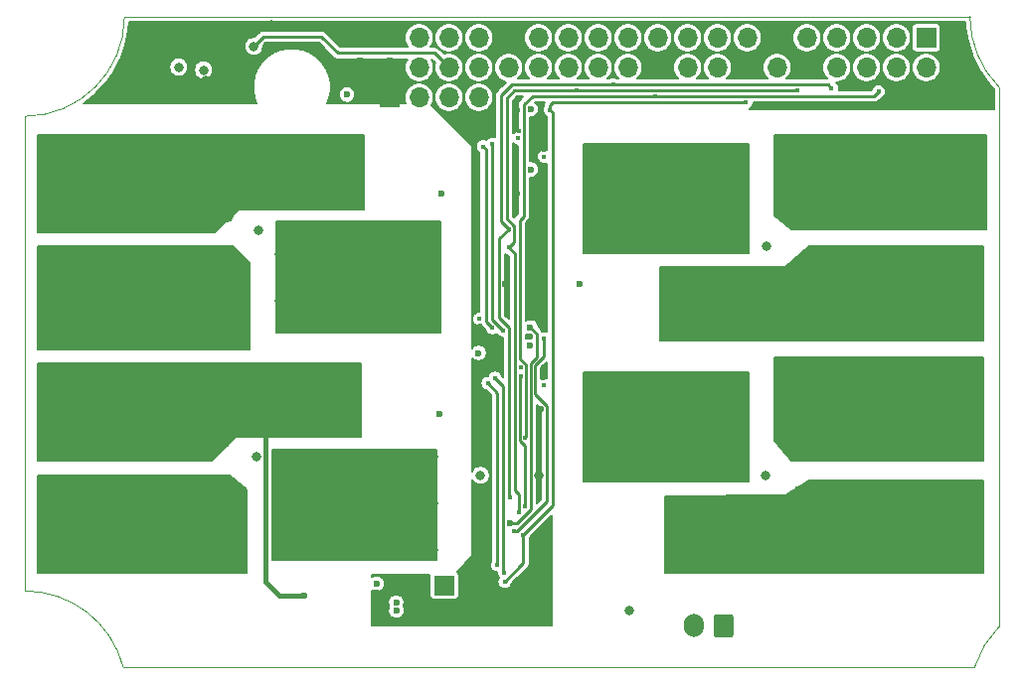
<source format=gbr>
%TF.GenerationSoftware,KiCad,Pcbnew,(5.1.8-0-10_14)*%
%TF.CreationDate,2020-12-03T14:34:03+01:00*%
%TF.ProjectId,SH-ESP32-PowerFET,53482d45-5350-4333-922d-506f77657246,0.1.0*%
%TF.SameCoordinates,Original*%
%TF.FileFunction,Copper,L4,Bot*%
%TF.FilePolarity,Positive*%
%FSLAX46Y46*%
G04 Gerber Fmt 4.6, Leading zero omitted, Abs format (unit mm)*
G04 Created by KiCad (PCBNEW (5.1.8-0-10_14)) date 2020-12-03 14:34:03*
%MOMM*%
%LPD*%
G01*
G04 APERTURE LIST*
%TA.AperFunction,Profile*%
%ADD10C,0.050000*%
%TD*%
%TA.AperFunction,ComponentPad*%
%ADD11O,1.700000X2.000000*%
%TD*%
%TA.AperFunction,ComponentPad*%
%ADD12O,1.700000X1.700000*%
%TD*%
%TA.AperFunction,ComponentPad*%
%ADD13R,1.700000X1.700000*%
%TD*%
%TA.AperFunction,ComponentPad*%
%ADD14O,4.000000X6.000000*%
%TD*%
%TA.AperFunction,ViaPad*%
%ADD15C,1.000000*%
%TD*%
%TA.AperFunction,ViaPad*%
%ADD16C,0.450000*%
%TD*%
%TA.AperFunction,ViaPad*%
%ADD17C,0.600000*%
%TD*%
%TA.AperFunction,ViaPad*%
%ADD18C,0.800000*%
%TD*%
%TA.AperFunction,Conductor*%
%ADD19C,0.250000*%
%TD*%
%TA.AperFunction,Conductor*%
%ADD20C,0.400000*%
%TD*%
%TA.AperFunction,Conductor*%
%ADD21C,0.200000*%
%TD*%
%TA.AperFunction,Conductor*%
%ADD22C,0.100000*%
%TD*%
G04 APERTURE END LIST*
D10*
X89000000Y-105978147D02*
G75*
G02*
X97400000Y-112500000I0J-8670432D01*
G01*
X97400000Y-112500000D02*
X127000000Y-112500000D01*
X89000000Y-103000000D02*
X89000000Y-105978147D01*
X153000000Y-112500000D02*
X169891435Y-112499765D01*
X171989592Y-63010408D02*
X172000000Y-109000000D01*
X153000000Y-112500000D02*
X153000000Y-112500000D01*
X127000000Y-112500000D02*
X153000000Y-112500000D01*
X169891436Y-112499765D02*
G75*
G02*
X172000000Y-109000000I8108564J-2500235D01*
G01*
X171989592Y-63010408D02*
G75*
G02*
X169500000Y-57000000I6010408J6010408D01*
G01*
X97500000Y-57000000D02*
G75*
G02*
X89000000Y-65500000I-8500000J0D01*
G01*
X169500000Y-57000000D02*
X97500000Y-57000000D01*
X89000000Y-65500000D02*
X89000000Y-103000000D01*
D11*
%TO.P,J301,2*%
%TO.N,GND1*%
X146020000Y-108960000D03*
%TO.P,J301,1*%
%TO.N,N/C*%
%TA.AperFunction,ComponentPad*%
G36*
G01*
X149370000Y-108210000D02*
X149370000Y-109710000D01*
G75*
G02*
X149120000Y-109960000I-250000J0D01*
G01*
X147920000Y-109960000D01*
G75*
G02*
X147670000Y-109710000I0J250000D01*
G01*
X147670000Y-108210000D01*
G75*
G02*
X147920000Y-107960000I250000J0D01*
G01*
X149120000Y-107960000D01*
G75*
G02*
X149370000Y-108210000I0J-250000D01*
G01*
G37*
%TD.AperFunction*%
%TD*%
D12*
%TO.P,J106,4*%
%TO.N,SDA*%
X127680000Y-63880000D03*
%TO.P,J106,3*%
%TO.N,SCL*%
X125140000Y-63880000D03*
%TO.P,J106,2*%
%TO.N,+3V3*%
X122600000Y-63880000D03*
D13*
%TO.P,J106,1*%
%TO.N,GND*%
X120060000Y-63880000D03*
%TD*%
D14*
%TO.P,J102,4*%
%TO.N,VOUT_04*%
X94200000Y-100000000D03*
%TO.P,J102,3*%
%TO.N,VIN_04*%
X94200000Y-90500000D03*
%TO.P,J102,2*%
%TO.N,VOUT_03*%
X94200000Y-81000000D03*
%TO.P,J102,1*%
%TO.N,VIN_03*%
X94200000Y-71500000D03*
%TD*%
%TO.P,J101,4*%
%TO.N,VOUT_02*%
X166700000Y-71400000D03*
%TO.P,J101,3*%
%TO.N,VIN_02*%
X166700000Y-80900000D03*
%TO.P,J101,2*%
%TO.N,VOUT_01*%
X166700000Y-90400000D03*
%TO.P,J101,1*%
%TO.N,VIN_01*%
X166700000Y-99900000D03*
%TD*%
D12*
%TO.P,J105,2*%
%TO.N,GND*%
X124750000Y-108040000D03*
D13*
%TO.P,J105,1*%
%TO.N,Net-(J105-Pad1)*%
X124750000Y-105500000D03*
%TD*%
D12*
%TO.P,J103,40*%
%TO.N,GND*%
X117520000Y-61340000D03*
%TO.P,J103,39*%
X117520000Y-58800000D03*
%TO.P,J103,38*%
X120060000Y-61340000D03*
%TO.P,J103,37*%
X120060000Y-58800000D03*
%TO.P,J103,36*%
%TO.N,+3V3*%
X122600000Y-61340000D03*
%TO.P,J103,35*%
X122600000Y-58800000D03*
%TO.P,J103,34*%
%TO.N,SCL*%
X125140000Y-61340000D03*
%TO.P,J103,33*%
%TO.N,N/C*%
X125140000Y-58800000D03*
%TO.P,J103,32*%
%TO.N,SDA*%
X127680000Y-61340000D03*
%TO.P,J103,31*%
%TO.N,N/C*%
X127680000Y-58800000D03*
%TO.P,J103,30*%
X130220000Y-61340000D03*
%TO.P,J103,29*%
%TO.N,GND*%
X130220000Y-58800000D03*
%TO.P,J103,28*%
%TO.N,N/C*%
X132760000Y-61340000D03*
%TO.P,J103,27*%
%TO.N,/IO15*%
X132760000Y-58800000D03*
%TO.P,J103,26*%
%TO.N,N/C*%
X135300000Y-61340000D03*
%TO.P,J103,25*%
%TO.N,/IO13*%
X135300000Y-58800000D03*
%TO.P,J103,24*%
%TO.N,N/C*%
X137840000Y-61340000D03*
%TO.P,J103,23*%
%TO.N,/IO14*%
X137840000Y-58800000D03*
%TO.P,J103,22*%
%TO.N,N/C*%
X140380000Y-61340000D03*
%TO.P,J103,21*%
%TO.N,/IO12*%
X140380000Y-58800000D03*
%TO.P,J103,20*%
%TO.N,GND*%
X142920000Y-61340000D03*
%TO.P,J103,19*%
%TO.N,+3V3*%
X142920000Y-58800000D03*
%TO.P,J103,18*%
%TO.N,N/C*%
X145460000Y-61340000D03*
%TO.P,J103,17*%
X145460000Y-58800000D03*
%TO.P,J103,16*%
X148000000Y-61340000D03*
%TO.P,J103,15*%
X148000000Y-58800000D03*
%TO.P,J103,14*%
%TO.N,GND*%
X150540000Y-61340000D03*
%TO.P,J103,13*%
%TO.N,+3V3*%
X150540000Y-58800000D03*
%TO.P,J103,12*%
%TO.N,N/C*%
X153080000Y-61340000D03*
%TO.P,J103,11*%
%TO.N,GND*%
X153080000Y-58800000D03*
%TO.P,J103,10*%
X155620000Y-61340000D03*
%TO.P,J103,9*%
%TO.N,/IO27*%
X155620000Y-58800000D03*
%TO.P,J103,8*%
%TO.N,N/C*%
X158160000Y-61340000D03*
%TO.P,J103,7*%
%TO.N,/IO26*%
X158160000Y-58800000D03*
%TO.P,J103,6*%
%TO.N,N/C*%
X160700000Y-61340000D03*
%TO.P,J103,5*%
%TO.N,/IO18*%
X160700000Y-58800000D03*
%TO.P,J103,4*%
%TO.N,N/C*%
X163240000Y-61340000D03*
%TO.P,J103,3*%
%TO.N,/IO21*%
X163240000Y-58800000D03*
%TO.P,J103,2*%
%TO.N,N/C*%
X165780000Y-61340000D03*
D13*
%TO.P,J103,1*%
X165780000Y-58800000D03*
%TD*%
D15*
%TO.N,VOUT_04*%
X106250000Y-99500000D03*
X107250000Y-101500000D03*
%TO.N,VOUT_03*%
X106500000Y-82000000D03*
%TO.N,VIN_04*%
X116000000Y-89250000D03*
%TO.N,VIN_03*%
X116250000Y-70000000D03*
%TO.N,VIN_02*%
X144750000Y-81500000D03*
%TO.N,VOUT_01*%
X154500000Y-89250000D03*
X153500000Y-91250000D03*
%TO.N,VOUT_02*%
X154500000Y-69750000D03*
X153500000Y-71750000D03*
%TO.N,VIN_01*%
X145000000Y-101000000D03*
X144000000Y-103000000D03*
X144000000Y-99000000D03*
%TO.N,/FET/VOUT2*%
X146250000Y-70250000D03*
X150250000Y-70250000D03*
X148250000Y-70250000D03*
X145250000Y-68250000D03*
X144250000Y-70250000D03*
X139250000Y-68250000D03*
X141250000Y-68250000D03*
X143250000Y-68250000D03*
X138250000Y-70250000D03*
X147250000Y-68250000D03*
X142250000Y-70250000D03*
X140250000Y-70250000D03*
X143250000Y-72250000D03*
X142250000Y-74250000D03*
X144250000Y-74250000D03*
X145250000Y-76250000D03*
X145250000Y-72250000D03*
%TO.N,/FET/VOUT1*%
X146000000Y-90000000D03*
X150000000Y-90000000D03*
X145000000Y-88000000D03*
X144000000Y-90000000D03*
X139000000Y-88000000D03*
X141000000Y-88000000D03*
X143000000Y-88000000D03*
X138000000Y-90000000D03*
X147000000Y-88000000D03*
X142000000Y-90000000D03*
X140000000Y-90000000D03*
X143000000Y-92000000D03*
X142000000Y-94000000D03*
X144000000Y-94000000D03*
X145000000Y-96000000D03*
X145000000Y-92000000D03*
%TO.N,/FET/VOUT3*%
X114750000Y-81250000D03*
X110750000Y-81250000D03*
X115750000Y-83250000D03*
X116750000Y-81250000D03*
X121750000Y-83250000D03*
X119750000Y-83250000D03*
X117750000Y-83250000D03*
X122750000Y-81250000D03*
X113750000Y-83250000D03*
X118750000Y-81250000D03*
X120750000Y-81250000D03*
X117750000Y-79250000D03*
X118750000Y-77250000D03*
X116750000Y-77250000D03*
X115750000Y-75250000D03*
X115750000Y-79250000D03*
X122750000Y-77250000D03*
X113750000Y-75250000D03*
X121750000Y-79250000D03*
X119750000Y-75250000D03*
X119750000Y-79250000D03*
X120750000Y-77250000D03*
X121750000Y-75250000D03*
X117750000Y-75250000D03*
X113750000Y-79250000D03*
X114750000Y-77250000D03*
X123750000Y-79250000D03*
X123750000Y-83250000D03*
X123750000Y-75250000D03*
%TO.N,/FET/VOUT1*%
X138000000Y-94000000D03*
X147000000Y-96000000D03*
X139000000Y-92000000D03*
X141000000Y-96000000D03*
X141000000Y-92000000D03*
X140000000Y-94000000D03*
X139000000Y-96000000D03*
X143000000Y-96000000D03*
X147000000Y-92000000D03*
X146000000Y-94000000D03*
X137000000Y-92000000D03*
X137000000Y-88000000D03*
X137000000Y-96000000D03*
%TO.N,/FET/VOUT2*%
X149250000Y-72250000D03*
X138250000Y-74250000D03*
X147250000Y-76250000D03*
X139250000Y-72250000D03*
X141250000Y-76250000D03*
X141250000Y-72250000D03*
X140250000Y-74250000D03*
X139250000Y-76250000D03*
X143250000Y-76250000D03*
X147250000Y-72250000D03*
X146250000Y-74250000D03*
X137250000Y-72250000D03*
X137250000Y-68250000D03*
X137250000Y-76250000D03*
D16*
%TO.N,GND*%
X127750000Y-83360000D03*
X131240000Y-86930000D03*
X133166469Y-87853478D03*
X131059551Y-66793755D03*
X133230000Y-68360000D03*
D17*
X130910000Y-72090000D03*
X129950000Y-79770000D03*
D18*
X132810000Y-108210000D03*
X130890000Y-105290000D03*
X132780000Y-96150000D03*
D17*
X118950000Y-106130000D03*
X132030000Y-84320000D03*
X132920000Y-90470000D03*
X130950000Y-64940000D03*
X127660000Y-87800000D03*
X127560000Y-94360000D03*
X119290000Y-108070000D03*
D18*
X109980000Y-57700000D03*
X106510000Y-59110000D03*
X106500000Y-62630000D03*
X102190000Y-62460000D03*
X104434512Y-62454161D03*
D17*
X132170000Y-81430000D03*
D16*
%TO.N,+3V3*%
X127724937Y-82783543D03*
X133190000Y-88430000D03*
X131030000Y-67370000D03*
X133251758Y-68936591D03*
D18*
X127820000Y-96120000D03*
D17*
X119000000Y-105360000D03*
X120640000Y-106960000D03*
X120660000Y-107660000D03*
X132030000Y-85047003D03*
X116450000Y-63650000D03*
X132088552Y-64890000D03*
X132088552Y-70030000D03*
X127660000Y-85680000D03*
D18*
X102120000Y-61300000D03*
X104230000Y-61550000D03*
%TO.N,GND1*%
X152200000Y-76600000D03*
X152100000Y-96100000D03*
X108900000Y-75200000D03*
X108700000Y-94500000D03*
D17*
X124300000Y-90900000D03*
X124490000Y-72120000D03*
X136260000Y-79800000D03*
D18*
X140480000Y-107630000D03*
D15*
%TO.N,/FET/VOUT1*%
X149000000Y-88000000D03*
X148000000Y-90000000D03*
X149000000Y-92000000D03*
X148000000Y-94000000D03*
X150000000Y-94000000D03*
X149000000Y-96000000D03*
%TO.N,VOUT_02*%
X157000000Y-69750000D03*
X156000000Y-71750000D03*
X158250000Y-71750000D03*
X159250000Y-69750000D03*
X160250000Y-71750000D03*
X161250000Y-69750000D03*
X163500000Y-69750000D03*
X162500000Y-71750000D03*
X153500000Y-67750000D03*
X156000000Y-67750000D03*
X158250000Y-67750000D03*
X160250000Y-67750000D03*
X162500000Y-67750000D03*
X154500000Y-73750000D03*
X157000000Y-73750000D03*
X159250000Y-73750000D03*
X161250000Y-73750000D03*
X163500000Y-73750000D03*
%TO.N,VIN_01*%
X146000000Y-99000000D03*
X146000000Y-103000000D03*
X147000000Y-101000000D03*
X148000000Y-103000000D03*
X148000000Y-99000000D03*
X149000000Y-101000000D03*
X151000000Y-101000000D03*
X150000000Y-103000000D03*
X150000000Y-99000000D03*
X152000000Y-103000000D03*
X153000000Y-101000000D03*
X152000000Y-99000000D03*
X154000000Y-99000000D03*
X155000000Y-101000000D03*
X154000000Y-103000000D03*
X157000000Y-101000000D03*
X156000000Y-99000000D03*
X156000000Y-103000000D03*
X158000000Y-99000000D03*
X158000000Y-103000000D03*
X159000000Y-101000000D03*
X161000000Y-101000000D03*
X160000000Y-103000000D03*
X160000000Y-99000000D03*
X163000000Y-101000000D03*
X162000000Y-99000000D03*
X162000000Y-103000000D03*
X164000000Y-103000000D03*
X164000000Y-99000000D03*
X170000000Y-99000000D03*
X170000000Y-101000000D03*
X170000000Y-103000000D03*
X170000000Y-97500000D03*
X163000000Y-97500000D03*
X161000000Y-97500000D03*
X159000000Y-97500000D03*
X157000000Y-97500000D03*
X155000000Y-97500000D03*
%TO.N,VIN_02*%
X143750000Y-79500000D03*
X143750000Y-83500000D03*
X145750000Y-83500000D03*
X146750000Y-81500000D03*
X145750000Y-79500000D03*
X147750000Y-83500000D03*
X149750000Y-79500000D03*
X150750000Y-81500000D03*
X148750000Y-81500000D03*
X149750000Y-83500000D03*
X147750000Y-79500000D03*
X153750000Y-79500000D03*
X151750000Y-79500000D03*
X154750000Y-81500000D03*
X151750000Y-83500000D03*
X152750000Y-81500000D03*
X153750000Y-83500000D03*
X155750000Y-79500000D03*
X156750000Y-81500000D03*
X155750000Y-83500000D03*
X157750000Y-83500000D03*
X157750000Y-79500000D03*
X158750000Y-81500000D03*
X160750000Y-81500000D03*
X162750000Y-81500000D03*
X161750000Y-79500000D03*
X161750000Y-83500000D03*
X159750000Y-83500000D03*
X159750000Y-79500000D03*
X163750000Y-79500000D03*
X163750000Y-83500000D03*
X156750000Y-77500000D03*
X158750000Y-77500000D03*
X160750000Y-77500000D03*
X162750000Y-77500000D03*
X170000000Y-77500000D03*
X170000000Y-79500000D03*
X170000000Y-81500000D03*
X170000000Y-83500000D03*
D16*
%TO.N,FETOUT_01*%
X129890000Y-105180000D03*
X150420000Y-64340000D03*
X133728759Y-64948759D03*
X131470000Y-101200000D03*
%TO.N,FETOUT_02*%
X130210000Y-76700000D03*
X131110000Y-99300000D03*
X154820000Y-63293000D03*
X135977000Y-63293000D03*
D15*
%TO.N,VOUT_01*%
X153500000Y-87250000D03*
X154500000Y-93250000D03*
X155250000Y-91250000D03*
X156250000Y-89250000D03*
X155250000Y-87250000D03*
X156250000Y-93250000D03*
X157000000Y-87250000D03*
X158000000Y-93250000D03*
X158000000Y-89250000D03*
X157000000Y-91250000D03*
X158750000Y-87250000D03*
X159750000Y-93250000D03*
X159750000Y-89250000D03*
X158750000Y-91250000D03*
X160500000Y-87250000D03*
X160500000Y-91250000D03*
X161500000Y-89250000D03*
X161500000Y-93250000D03*
X162250000Y-91250000D03*
X163250000Y-89250000D03*
X162250000Y-87250000D03*
X163250000Y-93250000D03*
X164000000Y-87250000D03*
X164000000Y-91250000D03*
X170000000Y-87250000D03*
X170000000Y-89250000D03*
X170000000Y-91250000D03*
X170000000Y-93250000D03*
%TO.N,/FET/VOUT2*%
X149250000Y-68250000D03*
X150250000Y-74250000D03*
X148250000Y-74250000D03*
D16*
%TO.N,SCL*%
X128046519Y-68073481D03*
X128820000Y-83550000D03*
X128440000Y-88260000D03*
X129250000Y-103760000D03*
D18*
X108510000Y-59530000D03*
D16*
%TO.N,SDA*%
X129751268Y-83751268D03*
X128846268Y-67863732D03*
X129045000Y-87825000D03*
X129830000Y-104410000D03*
%TO.N,FETOUT_03*%
X130210000Y-75100000D03*
X130300000Y-98010000D03*
X157720000Y-63110000D03*
X139134001Y-62815999D03*
D15*
%TO.N,VOUT_03*%
X106500000Y-78000000D03*
X107500000Y-84000000D03*
X107500000Y-80000000D03*
X105250000Y-84000000D03*
X104250000Y-82000000D03*
X105250000Y-80000000D03*
X104250000Y-78000000D03*
X102000000Y-78000000D03*
X103000000Y-84000000D03*
X102000000Y-82000000D03*
X103000000Y-80000000D03*
X100750000Y-80000000D03*
X100750000Y-84000000D03*
X99750000Y-82000000D03*
X99750000Y-78000000D03*
X97500000Y-82000000D03*
X98500000Y-80000000D03*
X98500000Y-84000000D03*
X97500000Y-78000000D03*
X90750000Y-84000000D03*
X90750000Y-82000000D03*
X90750000Y-80000000D03*
X90750000Y-78000000D03*
%TO.N,/FET/VOUT3*%
X111750000Y-75250000D03*
X112750000Y-77250000D03*
X110750000Y-77250000D03*
X111750000Y-79250000D03*
X112750000Y-81250000D03*
%TO.N,VIN_03*%
X117250000Y-68000000D03*
X117250000Y-72000000D03*
X115250000Y-68000000D03*
X115250000Y-72000000D03*
X114250000Y-70000000D03*
X112250000Y-70000000D03*
X113250000Y-72000000D03*
X113250000Y-68000000D03*
X111250000Y-68000000D03*
X110250000Y-70000000D03*
X111250000Y-72000000D03*
X109250000Y-72000000D03*
X109250000Y-68000000D03*
X108250000Y-70000000D03*
X107250000Y-72000000D03*
X107250000Y-68000000D03*
X106250000Y-70000000D03*
X106250000Y-74000000D03*
X105250000Y-68000000D03*
X105250000Y-72000000D03*
X104250000Y-74000000D03*
X104250000Y-70000000D03*
X103250000Y-72000000D03*
X102250000Y-74000000D03*
X103250000Y-68000000D03*
X102250000Y-70000000D03*
X100250000Y-74000000D03*
X101250000Y-72000000D03*
X101250000Y-68000000D03*
X100250000Y-70000000D03*
X99250000Y-72000000D03*
X98250000Y-74000000D03*
X99250000Y-68000000D03*
X98250000Y-70000000D03*
X97250000Y-72000000D03*
X97250000Y-68000000D03*
X90750000Y-74000000D03*
X90750000Y-72000000D03*
X90750000Y-70000000D03*
X90750000Y-68000000D03*
D16*
%TO.N,FETOUT_04*%
X161710000Y-63410000D03*
X131617011Y-92930000D03*
X142700000Y-63770000D03*
D15*
%TO.N,VOUT_04*%
X107250000Y-97500000D03*
X106250000Y-103500000D03*
X104250000Y-103500000D03*
X104250000Y-99500000D03*
X105250000Y-101500000D03*
X105250000Y-97500000D03*
X102250000Y-103500000D03*
X103250000Y-97500000D03*
X103250000Y-101500000D03*
X102250000Y-99500000D03*
X101250000Y-101500000D03*
X101250000Y-97500000D03*
X100250000Y-103500000D03*
X100250000Y-99500000D03*
X99250000Y-97500000D03*
X99250000Y-101500000D03*
X98250000Y-99500000D03*
X98250000Y-103500000D03*
X97250000Y-101500000D03*
X96250000Y-103500000D03*
X97250000Y-97500000D03*
X90750000Y-103500000D03*
X90750000Y-101500000D03*
X90750000Y-99500000D03*
X90750000Y-97500000D03*
%TO.N,/FET/VOUT4*%
X120750000Y-100500000D03*
X120750000Y-96500000D03*
X115750000Y-94500000D03*
X116750000Y-96500000D03*
X119750000Y-98500000D03*
X110750000Y-100500000D03*
X119750000Y-102500000D03*
X117750000Y-94500000D03*
X117750000Y-102500000D03*
X114750000Y-100500000D03*
X121750000Y-102500000D03*
X118750000Y-100500000D03*
X115750000Y-98500000D03*
X115750000Y-102500000D03*
X122750000Y-100500000D03*
X118750000Y-96500000D03*
X119750000Y-94500000D03*
X113750000Y-94500000D03*
X113750000Y-98500000D03*
X117750000Y-98500000D03*
X121750000Y-98500000D03*
X122750000Y-96500000D03*
X116750000Y-100500000D03*
X121750000Y-94500000D03*
X113750000Y-102500000D03*
X123750000Y-94500000D03*
X114750000Y-96500000D03*
X123750000Y-98500000D03*
X123750000Y-102500000D03*
X111750000Y-94500000D03*
X110750000Y-96500000D03*
X112750000Y-96500000D03*
X111750000Y-98500000D03*
X112750000Y-100500000D03*
X111750000Y-102500000D03*
D17*
%TO.N,VIN_04*%
X112770000Y-106350000D03*
X109490000Y-92580000D03*
D15*
X117000000Y-87250000D03*
X117000000Y-91250000D03*
X115000000Y-91250000D03*
X114000000Y-89250000D03*
X115000000Y-87250000D03*
X113000000Y-91250000D03*
X112000000Y-89250000D03*
X113000000Y-87250000D03*
X111000000Y-87250000D03*
X110000000Y-89250000D03*
X111000000Y-91250000D03*
X109000000Y-87250000D03*
X108000000Y-89250000D03*
X109000000Y-91250000D03*
X107000000Y-87250000D03*
X107000000Y-91250000D03*
X106000000Y-89250000D03*
X106000000Y-93250000D03*
X104000000Y-93250000D03*
X104000000Y-89250000D03*
X105000000Y-91250000D03*
X105000000Y-87250000D03*
X103000000Y-87250000D03*
X103000000Y-91250000D03*
X102000000Y-93250000D03*
X102000000Y-89250000D03*
X101000000Y-87250000D03*
X101000000Y-91250000D03*
X100000000Y-93250000D03*
X100000000Y-89250000D03*
X99000000Y-91250000D03*
X98000000Y-93250000D03*
X99000000Y-87250000D03*
X98000000Y-89250000D03*
X97000000Y-87250000D03*
X97000000Y-91250000D03*
X90750000Y-93250000D03*
X90750000Y-91250000D03*
X90750000Y-89250000D03*
X90750000Y-87250000D03*
D16*
%TO.N,ALERT1*%
X131240001Y-87700000D03*
X131587000Y-98740000D03*
D17*
%TO.N,ALERT4*%
X132050000Y-83500000D03*
X130310000Y-100160000D03*
D16*
%TO.N,Net-(R101-Pad1)*%
X130640000Y-100880000D03*
X133230000Y-84450000D03*
%TD*%
D19*
%TO.N,FETOUT_01*%
X129890000Y-105180000D02*
X131200000Y-103870000D01*
X133728759Y-64551241D02*
X133940000Y-64340000D01*
X133940000Y-64340000D02*
X150420000Y-64340000D01*
X133728759Y-64948759D02*
X133728759Y-64551241D01*
X133953758Y-65173758D02*
X133953758Y-98716242D01*
X133953758Y-98716242D02*
X131470000Y-101200000D01*
X133728759Y-64948759D02*
X133953758Y-65173758D01*
X131470000Y-103600000D02*
X131200000Y-103870000D01*
X131470000Y-101200000D02*
X131470000Y-103600000D01*
%TO.N,FETOUT_02*%
X130762999Y-77252999D02*
X130762999Y-97392999D01*
X130210000Y-76700000D02*
X130762999Y-77252999D01*
X131110000Y-97740000D02*
X131110000Y-99300000D01*
X130762999Y-97392999D02*
X131110000Y-97740000D01*
X130687001Y-74871039D02*
X130687001Y-76222999D01*
X130040000Y-74224038D02*
X130687001Y-74871039D01*
X130687001Y-76222999D02*
X130210000Y-76700000D01*
X130040000Y-63960000D02*
X130040000Y-74224038D01*
X130707000Y-63293000D02*
X130040000Y-63960000D01*
X135977000Y-63293000D02*
X130707000Y-63293000D01*
X154820000Y-63293000D02*
X135977000Y-63293000D01*
%TO.N,SCL*%
X128271518Y-83001518D02*
X128820000Y-83550000D01*
X128271518Y-68298480D02*
X128271518Y-83001518D01*
X128046519Y-68073481D02*
X128271518Y-68298480D01*
X128440000Y-88260000D02*
X129250000Y-89070000D01*
X129250000Y-89070000D02*
X129250000Y-103760000D01*
X125140000Y-61340000D02*
X123900000Y-60100000D01*
X123900000Y-60100000D02*
X115650000Y-60100000D01*
X115650000Y-60100000D02*
X114280000Y-58730000D01*
X109310000Y-58730000D02*
X108510000Y-59530000D01*
X114280000Y-58730000D02*
X109310000Y-58730000D01*
%TO.N,SDA*%
X128930000Y-82930000D02*
X129751268Y-83751268D01*
X128846268Y-82846268D02*
X128930000Y-82930000D01*
X128846268Y-67863732D02*
X128846268Y-82846268D01*
X129727001Y-104307001D02*
X129830000Y-104410000D01*
X129045000Y-87825000D02*
X129727001Y-88507001D01*
X129727001Y-88507001D02*
X129727001Y-104307001D01*
%TO.N,FETOUT_03*%
X130228269Y-83522307D02*
X130228269Y-84491731D01*
X129397999Y-82692037D02*
X130228269Y-83522307D01*
X129397999Y-75912001D02*
X129397999Y-82692037D01*
X130210000Y-75100000D02*
X129397999Y-75912001D01*
X130228269Y-97938269D02*
X130300000Y-98010000D01*
X130228269Y-84491731D02*
X130228269Y-97938269D01*
X129562999Y-74452999D02*
X130210000Y-75100000D01*
X129562999Y-63731039D02*
X129562999Y-74452999D01*
X130064038Y-63230000D02*
X129562999Y-63731039D01*
X130478039Y-62815999D02*
X129562999Y-63731039D01*
X157720000Y-63110000D02*
X157425999Y-62815999D01*
X139134001Y-62815999D02*
X130478039Y-62815999D01*
X157425999Y-62815999D02*
X139134001Y-62815999D01*
%TO.N,FETOUT_04*%
X131717001Y-92832999D02*
X131717001Y-86701039D01*
X131717001Y-86701039D02*
X131140009Y-86124047D01*
X131536552Y-74003466D02*
X131536552Y-64496552D01*
X131140009Y-74400009D02*
X131536552Y-74003466D01*
X131140009Y-86124047D02*
X131140009Y-74400009D01*
X131536552Y-64496552D02*
X132263104Y-63770000D01*
X161350000Y-63770000D02*
X161710000Y-63410000D01*
X131620000Y-92930000D02*
X131717001Y-92832999D01*
X131617011Y-92930000D02*
X131620000Y-92930000D01*
X142700000Y-63770000D02*
X161350000Y-63770000D01*
X132263104Y-63770000D02*
X142700000Y-63770000D01*
D20*
%TO.N,VIN_04*%
X109490000Y-103070000D02*
X109490000Y-92580000D01*
X112770000Y-106350000D02*
X110650000Y-106350000D01*
X109490000Y-105190000D02*
X109490000Y-103070000D01*
X110650000Y-106350000D02*
X109490000Y-105190000D01*
D19*
%TO.N,ALERT1*%
X131587000Y-93605951D02*
X131587000Y-98740000D01*
X131140010Y-87799991D02*
X131140010Y-93158961D01*
X131140010Y-93158961D02*
X131587000Y-93605951D01*
X131240001Y-87700000D02*
X131140010Y-87799991D01*
%TO.N,ALERT4*%
X130955962Y-100160000D02*
X130310000Y-100160000D01*
X132094011Y-86544877D02*
X132094011Y-99021951D01*
X132582001Y-86056887D02*
X132094011Y-86544877D01*
X132582001Y-84032001D02*
X132582001Y-86056887D01*
X132094011Y-99021951D02*
X130955962Y-100160000D01*
X132050000Y-83500000D02*
X132582001Y-84032001D01*
%TO.N,Net-(R101-Pad1)*%
X133230000Y-85942060D02*
X133230000Y-84450000D01*
X132471021Y-86701039D02*
X133230000Y-85942060D01*
X132471021Y-89204059D02*
X132471021Y-86701039D01*
X133472001Y-98366197D02*
X133472001Y-90205039D01*
X130640000Y-100880000D02*
X130958198Y-100880000D01*
X133472001Y-90205039D02*
X132471021Y-89204059D01*
X130958198Y-100880000D02*
X133472001Y-98366197D01*
%TD*%
D21*
%TO.N,VIN_01*%
X170650000Y-104400000D02*
X143500000Y-104400000D01*
X143500000Y-97899518D01*
X153750483Y-97849999D01*
X153769983Y-97847983D01*
X153788714Y-97842202D01*
X153803000Y-97834800D01*
X155778680Y-96600000D01*
X170650000Y-96600000D01*
X170650000Y-104400000D01*
%TA.AperFunction,Conductor*%
D22*
G36*
X170650000Y-104400000D02*
G01*
X143500000Y-104400000D01*
X143500000Y-97899518D01*
X153750483Y-97849999D01*
X153769983Y-97847983D01*
X153788714Y-97842202D01*
X153803000Y-97834800D01*
X155778680Y-96600000D01*
X170650000Y-96600000D01*
X170650000Y-104400000D01*
G37*
%TD.AperFunction*%
%TD*%
D21*
%TO.N,/FET/VOUT1*%
X150650000Y-96650000D02*
X136600000Y-96650000D01*
X136600000Y-87350000D01*
X150650000Y-87350000D01*
X150650000Y-96650000D01*
%TA.AperFunction,Conductor*%
D22*
G36*
X150650000Y-96650000D02*
G01*
X136600000Y-96650000D01*
X136600000Y-87350000D01*
X150650000Y-87350000D01*
X150650000Y-96650000D01*
G37*
%TD.AperFunction*%
%TD*%
D21*
%TO.N,VOUT_01*%
X170650000Y-94900000D02*
X154295994Y-94900000D01*
X152850000Y-93213007D01*
X152850000Y-86100000D01*
X170650000Y-86100000D01*
X170650000Y-94900000D01*
%TA.AperFunction,Conductor*%
D22*
G36*
X170650000Y-94900000D02*
G01*
X154295994Y-94900000D01*
X152850000Y-93213007D01*
X152850000Y-86100000D01*
X170650000Y-86100000D01*
X170650000Y-94900000D01*
G37*
%TD.AperFunction*%
%TD*%
D21*
%TO.N,VIN_02*%
X170650000Y-84650000D02*
X143100000Y-84650000D01*
X143100000Y-78350000D01*
X153750000Y-78350000D01*
X153769509Y-78348079D01*
X153788268Y-78342388D01*
X153805557Y-78333147D01*
X153815850Y-78325258D01*
X155787573Y-76600000D01*
X170650000Y-76600000D01*
X170650000Y-84650000D01*
%TA.AperFunction,Conductor*%
D22*
G36*
X170650000Y-84650000D02*
G01*
X143100000Y-84650000D01*
X143100000Y-78350000D01*
X153750000Y-78350000D01*
X153769509Y-78348079D01*
X153788268Y-78342388D01*
X153805557Y-78333147D01*
X153815850Y-78325258D01*
X155787573Y-76600000D01*
X170650000Y-76600000D01*
X170650000Y-84650000D01*
G37*
%TD.AperFunction*%
%TD*%
D21*
%TO.N,VOUT_02*%
X170900000Y-75150000D02*
X154286204Y-75150000D01*
X152850000Y-73953163D01*
X152850000Y-67100000D01*
X170900000Y-67100000D01*
X170900000Y-75150000D01*
%TA.AperFunction,Conductor*%
D22*
G36*
X170900000Y-75150000D02*
G01*
X154286204Y-75150000D01*
X152850000Y-73953163D01*
X152850000Y-67100000D01*
X170900000Y-67100000D01*
X170900000Y-75150000D01*
G37*
%TD.AperFunction*%
%TD*%
D21*
%TO.N,/FET/VOUT4*%
X124100000Y-103349648D02*
X110100000Y-103300352D01*
X110100000Y-93900000D01*
X124100000Y-93900000D01*
X124100000Y-103349648D01*
%TA.AperFunction,Conductor*%
D22*
G36*
X124100000Y-103349648D02*
G01*
X110100000Y-103300352D01*
X110100000Y-93900000D01*
X124100000Y-93900000D01*
X124100000Y-103349648D01*
G37*
%TD.AperFunction*%
%TD*%
D21*
%TO.N,VIN_04*%
X117600000Y-92850000D02*
X106950000Y-92850000D01*
X106930491Y-92851921D01*
X106911732Y-92857612D01*
X106894443Y-92866853D01*
X106877544Y-92881079D01*
X104957107Y-94900000D01*
X90100000Y-94900000D01*
X90100000Y-86600000D01*
X117600000Y-86600000D01*
X117600000Y-92850000D01*
%TA.AperFunction,Conductor*%
D22*
G36*
X117600000Y-92850000D02*
G01*
X106950000Y-92850000D01*
X106930491Y-92851921D01*
X106911732Y-92857612D01*
X106894443Y-92866853D01*
X106877544Y-92881079D01*
X104957107Y-94900000D01*
X90100000Y-94900000D01*
X90100000Y-86600000D01*
X117600000Y-86600000D01*
X117600000Y-92850000D01*
G37*
%TD.AperFunction*%
%TD*%
D21*
%TO.N,VOUT_04*%
X107900000Y-97296837D02*
X107900000Y-104400000D01*
X90100000Y-104400000D01*
X90100000Y-96100000D01*
X106463796Y-96100000D01*
X107900000Y-97296837D01*
%TA.AperFunction,Conductor*%
D22*
G36*
X107900000Y-97296837D02*
G01*
X107900000Y-104400000D01*
X90100000Y-104400000D01*
X90100000Y-96100000D01*
X106463796Y-96100000D01*
X107900000Y-97296837D01*
G37*
%TD.AperFunction*%
%TD*%
D21*
%TO.N,/FET/VOUT3*%
X124400000Y-83949648D02*
X110400000Y-83900352D01*
X110400000Y-74500000D01*
X124400000Y-74500000D01*
X124400000Y-83949648D01*
%TA.AperFunction,Conductor*%
D22*
G36*
X124400000Y-83949648D02*
G01*
X110400000Y-83900352D01*
X110400000Y-74500000D01*
X124400000Y-74500000D01*
X124400000Y-83949648D01*
G37*
%TD.AperFunction*%
%TD*%
D21*
%TO.N,VIN_03*%
X117900000Y-73450000D02*
X107250000Y-73450000D01*
X107230491Y-73451921D01*
X107211732Y-73457612D01*
X107194443Y-73466853D01*
X107180190Y-73478400D01*
X105209318Y-75400000D01*
X90100000Y-75400000D01*
X90100000Y-67100000D01*
X117900000Y-67100000D01*
X117900000Y-73450000D01*
%TA.AperFunction,Conductor*%
D22*
G36*
X117900000Y-73450000D02*
G01*
X107250000Y-73450000D01*
X107230491Y-73451921D01*
X107211732Y-73457612D01*
X107194443Y-73466853D01*
X107180190Y-73478400D01*
X105209318Y-75400000D01*
X90100000Y-75400000D01*
X90100000Y-67100000D01*
X117900000Y-67100000D01*
X117900000Y-73450000D01*
G37*
%TD.AperFunction*%
%TD*%
D21*
%TO.N,VOUT_03*%
X108150000Y-78041422D02*
X108150000Y-85400000D01*
X90100000Y-85400000D01*
X90100000Y-76600000D01*
X106708578Y-76600000D01*
X108150000Y-78041422D01*
%TA.AperFunction,Conductor*%
D22*
G36*
X108150000Y-78041422D02*
G01*
X108150000Y-85400000D01*
X90100000Y-85400000D01*
X90100000Y-76600000D01*
X106708578Y-76600000D01*
X108150000Y-78041422D01*
G37*
%TD.AperFunction*%
%TD*%
D21*
%TO.N,GND*%
X127123956Y-82965849D02*
X127171069Y-83079591D01*
X127239468Y-83181957D01*
X127326523Y-83269012D01*
X127428889Y-83337411D01*
X127542631Y-83384524D01*
X127663380Y-83408543D01*
X127786494Y-83408543D01*
X127907243Y-83384524D01*
X127909508Y-83383586D01*
X127918523Y-83390984D01*
X128208882Y-83681343D01*
X128219019Y-83732306D01*
X128266132Y-83846048D01*
X128334531Y-83948414D01*
X128421586Y-84035469D01*
X128523952Y-84103868D01*
X128637694Y-84150981D01*
X128758443Y-84175000D01*
X128881557Y-84175000D01*
X129002306Y-84150981D01*
X129116048Y-84103868D01*
X129198414Y-84048833D01*
X129265799Y-84149682D01*
X129352854Y-84236737D01*
X129455220Y-84305136D01*
X129568962Y-84352249D01*
X129689711Y-84376268D01*
X129703270Y-84376268D01*
X129703270Y-84465934D01*
X129703269Y-84465944D01*
X129703269Y-87740808D01*
X129656118Y-87693657D01*
X129645981Y-87642694D01*
X129598868Y-87528952D01*
X129530469Y-87426586D01*
X129443414Y-87339531D01*
X129341048Y-87271132D01*
X129227306Y-87224019D01*
X129106557Y-87200000D01*
X128983443Y-87200000D01*
X128862694Y-87224019D01*
X128748952Y-87271132D01*
X128646586Y-87339531D01*
X128559531Y-87426586D01*
X128491132Y-87528952D01*
X128447206Y-87635000D01*
X128378443Y-87635000D01*
X128257694Y-87659019D01*
X128143952Y-87706132D01*
X128041586Y-87774531D01*
X127954531Y-87861586D01*
X127886132Y-87963952D01*
X127839019Y-88077694D01*
X127815000Y-88198443D01*
X127815000Y-88321557D01*
X127839019Y-88442306D01*
X127886132Y-88556048D01*
X127954531Y-88658414D01*
X128041586Y-88745469D01*
X128143952Y-88813868D01*
X128257694Y-88860981D01*
X128308657Y-88871118D01*
X128725000Y-89287462D01*
X128725001Y-103420747D01*
X128696132Y-103463952D01*
X128649019Y-103577694D01*
X128625000Y-103698443D01*
X128625000Y-103821557D01*
X128649019Y-103942306D01*
X128696132Y-104056048D01*
X128764531Y-104158414D01*
X128851586Y-104245469D01*
X128953952Y-104313868D01*
X129067694Y-104360981D01*
X129188443Y-104385000D01*
X129205000Y-104385000D01*
X129205000Y-104471557D01*
X129229019Y-104592306D01*
X129276132Y-104706048D01*
X129344531Y-104808414D01*
X129369753Y-104833636D01*
X129336132Y-104883952D01*
X129289019Y-104997694D01*
X129265000Y-105118443D01*
X129265000Y-105241557D01*
X129289019Y-105362306D01*
X129336132Y-105476048D01*
X129404531Y-105578414D01*
X129491586Y-105665469D01*
X129593952Y-105733868D01*
X129707694Y-105780981D01*
X129828443Y-105805000D01*
X129951557Y-105805000D01*
X130072306Y-105780981D01*
X130186048Y-105733868D01*
X130288414Y-105665469D01*
X130375469Y-105578414D01*
X130443868Y-105476048D01*
X130490981Y-105362306D01*
X130501118Y-105311343D01*
X131589466Y-104222997D01*
X131589475Y-104222986D01*
X131822990Y-103989471D01*
X131843027Y-103973027D01*
X131908633Y-103893086D01*
X131957383Y-103801881D01*
X131987403Y-103702918D01*
X131995000Y-103625788D01*
X131997540Y-103600000D01*
X131995000Y-103574212D01*
X131995000Y-101539252D01*
X132023868Y-101496048D01*
X132070981Y-101382306D01*
X132081118Y-101331343D01*
X133900000Y-99512462D01*
X133900000Y-108900000D01*
X118600000Y-108900000D01*
X118600000Y-106891056D01*
X119940000Y-106891056D01*
X119940000Y-107028944D01*
X119966901Y-107164182D01*
X120019668Y-107291574D01*
X120041980Y-107324966D01*
X120039668Y-107328426D01*
X119986901Y-107455818D01*
X119960000Y-107591056D01*
X119960000Y-107728944D01*
X119986901Y-107864182D01*
X120039668Y-107991574D01*
X120116274Y-108106224D01*
X120213776Y-108203726D01*
X120328426Y-108280332D01*
X120455818Y-108333099D01*
X120591056Y-108360000D01*
X120728944Y-108360000D01*
X120864182Y-108333099D01*
X120991574Y-108280332D01*
X121106224Y-108203726D01*
X121203726Y-108106224D01*
X121280332Y-107991574D01*
X121333099Y-107864182D01*
X121360000Y-107728944D01*
X121360000Y-107591056D01*
X121333099Y-107455818D01*
X121280332Y-107328426D01*
X121258020Y-107295034D01*
X121260332Y-107291574D01*
X121313099Y-107164182D01*
X121340000Y-107028944D01*
X121340000Y-106891056D01*
X121313099Y-106755818D01*
X121260332Y-106628426D01*
X121183726Y-106513776D01*
X121086224Y-106416274D01*
X120971574Y-106339668D01*
X120844182Y-106286901D01*
X120708944Y-106260000D01*
X120571056Y-106260000D01*
X120435818Y-106286901D01*
X120308426Y-106339668D01*
X120193776Y-106416274D01*
X120096274Y-106513776D01*
X120019668Y-106628426D01*
X119966901Y-106755818D01*
X119940000Y-106891056D01*
X118600000Y-106891056D01*
X118600000Y-105934612D01*
X118668426Y-105980332D01*
X118795818Y-106033099D01*
X118931056Y-106060000D01*
X119068944Y-106060000D01*
X119204182Y-106033099D01*
X119331574Y-105980332D01*
X119446224Y-105903726D01*
X119543726Y-105806224D01*
X119620332Y-105691574D01*
X119673099Y-105564182D01*
X119700000Y-105428944D01*
X119700000Y-105291056D01*
X119673099Y-105155818D01*
X119620332Y-105028426D01*
X119543726Y-104913776D01*
X119446224Y-104816274D01*
X119331574Y-104739668D01*
X119204182Y-104686901D01*
X119068944Y-104660000D01*
X118931056Y-104660000D01*
X118795818Y-104686901D01*
X118668426Y-104739668D01*
X118600000Y-104785388D01*
X118600000Y-104600000D01*
X123502990Y-104600000D01*
X123498065Y-104650000D01*
X123498065Y-106350000D01*
X123505788Y-106428414D01*
X123528660Y-106503814D01*
X123565803Y-106573303D01*
X123615789Y-106634211D01*
X123676697Y-106684197D01*
X123746186Y-106721340D01*
X123821586Y-106744212D01*
X123900000Y-106751935D01*
X125600000Y-106751935D01*
X125678414Y-106744212D01*
X125753814Y-106721340D01*
X125823303Y-106684197D01*
X125884211Y-106634211D01*
X125934197Y-106573303D01*
X125971340Y-106503814D01*
X125994212Y-106428414D01*
X126001935Y-106350000D01*
X126001935Y-104650000D01*
X125994212Y-104571586D01*
X125971340Y-104496186D01*
X125934197Y-104426697D01*
X125884211Y-104365789D01*
X125824575Y-104316847D01*
X127070711Y-103070711D01*
X127083147Y-103055557D01*
X127092388Y-103038268D01*
X127098079Y-103019509D01*
X127100000Y-103000000D01*
X127100000Y-96472267D01*
X127111049Y-96498942D01*
X127198599Y-96629970D01*
X127310030Y-96741401D01*
X127441058Y-96828951D01*
X127586649Y-96889257D01*
X127741207Y-96920000D01*
X127898793Y-96920000D01*
X128053351Y-96889257D01*
X128198942Y-96828951D01*
X128329970Y-96741401D01*
X128441401Y-96629970D01*
X128528951Y-96498942D01*
X128589257Y-96353351D01*
X128620000Y-96198793D01*
X128620000Y-96041207D01*
X128589257Y-95886649D01*
X128528951Y-95741058D01*
X128441401Y-95610030D01*
X128329970Y-95498599D01*
X128198942Y-95411049D01*
X128053351Y-95350743D01*
X127898793Y-95320000D01*
X127741207Y-95320000D01*
X127586649Y-95350743D01*
X127441058Y-95411049D01*
X127310030Y-95498599D01*
X127198599Y-95610030D01*
X127111049Y-95741058D01*
X127100000Y-95767733D01*
X127100000Y-86101868D01*
X127116274Y-86126224D01*
X127213776Y-86223726D01*
X127328426Y-86300332D01*
X127455818Y-86353099D01*
X127591056Y-86380000D01*
X127728944Y-86380000D01*
X127864182Y-86353099D01*
X127991574Y-86300332D01*
X128106224Y-86223726D01*
X128203726Y-86126224D01*
X128280332Y-86011574D01*
X128333099Y-85884182D01*
X128360000Y-85748944D01*
X128360000Y-85611056D01*
X128333099Y-85475818D01*
X128280332Y-85348426D01*
X128203726Y-85233776D01*
X128106224Y-85136274D01*
X127991574Y-85059668D01*
X127864182Y-85006901D01*
X127728944Y-84980000D01*
X127591056Y-84980000D01*
X127455818Y-85006901D01*
X127328426Y-85059668D01*
X127213776Y-85136274D01*
X127116274Y-85233776D01*
X127100000Y-85258132D01*
X127100000Y-82845417D01*
X127123956Y-82965849D01*
%TA.AperFunction,Conductor*%
D22*
G36*
X127123956Y-82965849D02*
G01*
X127171069Y-83079591D01*
X127239468Y-83181957D01*
X127326523Y-83269012D01*
X127428889Y-83337411D01*
X127542631Y-83384524D01*
X127663380Y-83408543D01*
X127786494Y-83408543D01*
X127907243Y-83384524D01*
X127909508Y-83383586D01*
X127918523Y-83390984D01*
X128208882Y-83681343D01*
X128219019Y-83732306D01*
X128266132Y-83846048D01*
X128334531Y-83948414D01*
X128421586Y-84035469D01*
X128523952Y-84103868D01*
X128637694Y-84150981D01*
X128758443Y-84175000D01*
X128881557Y-84175000D01*
X129002306Y-84150981D01*
X129116048Y-84103868D01*
X129198414Y-84048833D01*
X129265799Y-84149682D01*
X129352854Y-84236737D01*
X129455220Y-84305136D01*
X129568962Y-84352249D01*
X129689711Y-84376268D01*
X129703270Y-84376268D01*
X129703270Y-84465934D01*
X129703269Y-84465944D01*
X129703269Y-87740808D01*
X129656118Y-87693657D01*
X129645981Y-87642694D01*
X129598868Y-87528952D01*
X129530469Y-87426586D01*
X129443414Y-87339531D01*
X129341048Y-87271132D01*
X129227306Y-87224019D01*
X129106557Y-87200000D01*
X128983443Y-87200000D01*
X128862694Y-87224019D01*
X128748952Y-87271132D01*
X128646586Y-87339531D01*
X128559531Y-87426586D01*
X128491132Y-87528952D01*
X128447206Y-87635000D01*
X128378443Y-87635000D01*
X128257694Y-87659019D01*
X128143952Y-87706132D01*
X128041586Y-87774531D01*
X127954531Y-87861586D01*
X127886132Y-87963952D01*
X127839019Y-88077694D01*
X127815000Y-88198443D01*
X127815000Y-88321557D01*
X127839019Y-88442306D01*
X127886132Y-88556048D01*
X127954531Y-88658414D01*
X128041586Y-88745469D01*
X128143952Y-88813868D01*
X128257694Y-88860981D01*
X128308657Y-88871118D01*
X128725000Y-89287462D01*
X128725001Y-103420747D01*
X128696132Y-103463952D01*
X128649019Y-103577694D01*
X128625000Y-103698443D01*
X128625000Y-103821557D01*
X128649019Y-103942306D01*
X128696132Y-104056048D01*
X128764531Y-104158414D01*
X128851586Y-104245469D01*
X128953952Y-104313868D01*
X129067694Y-104360981D01*
X129188443Y-104385000D01*
X129205000Y-104385000D01*
X129205000Y-104471557D01*
X129229019Y-104592306D01*
X129276132Y-104706048D01*
X129344531Y-104808414D01*
X129369753Y-104833636D01*
X129336132Y-104883952D01*
X129289019Y-104997694D01*
X129265000Y-105118443D01*
X129265000Y-105241557D01*
X129289019Y-105362306D01*
X129336132Y-105476048D01*
X129404531Y-105578414D01*
X129491586Y-105665469D01*
X129593952Y-105733868D01*
X129707694Y-105780981D01*
X129828443Y-105805000D01*
X129951557Y-105805000D01*
X130072306Y-105780981D01*
X130186048Y-105733868D01*
X130288414Y-105665469D01*
X130375469Y-105578414D01*
X130443868Y-105476048D01*
X130490981Y-105362306D01*
X130501118Y-105311343D01*
X131589466Y-104222997D01*
X131589475Y-104222986D01*
X131822990Y-103989471D01*
X131843027Y-103973027D01*
X131908633Y-103893086D01*
X131957383Y-103801881D01*
X131987403Y-103702918D01*
X131995000Y-103625788D01*
X131997540Y-103600000D01*
X131995000Y-103574212D01*
X131995000Y-101539252D01*
X132023868Y-101496048D01*
X132070981Y-101382306D01*
X132081118Y-101331343D01*
X133900000Y-99512462D01*
X133900000Y-108900000D01*
X118600000Y-108900000D01*
X118600000Y-106891056D01*
X119940000Y-106891056D01*
X119940000Y-107028944D01*
X119966901Y-107164182D01*
X120019668Y-107291574D01*
X120041980Y-107324966D01*
X120039668Y-107328426D01*
X119986901Y-107455818D01*
X119960000Y-107591056D01*
X119960000Y-107728944D01*
X119986901Y-107864182D01*
X120039668Y-107991574D01*
X120116274Y-108106224D01*
X120213776Y-108203726D01*
X120328426Y-108280332D01*
X120455818Y-108333099D01*
X120591056Y-108360000D01*
X120728944Y-108360000D01*
X120864182Y-108333099D01*
X120991574Y-108280332D01*
X121106224Y-108203726D01*
X121203726Y-108106224D01*
X121280332Y-107991574D01*
X121333099Y-107864182D01*
X121360000Y-107728944D01*
X121360000Y-107591056D01*
X121333099Y-107455818D01*
X121280332Y-107328426D01*
X121258020Y-107295034D01*
X121260332Y-107291574D01*
X121313099Y-107164182D01*
X121340000Y-107028944D01*
X121340000Y-106891056D01*
X121313099Y-106755818D01*
X121260332Y-106628426D01*
X121183726Y-106513776D01*
X121086224Y-106416274D01*
X120971574Y-106339668D01*
X120844182Y-106286901D01*
X120708944Y-106260000D01*
X120571056Y-106260000D01*
X120435818Y-106286901D01*
X120308426Y-106339668D01*
X120193776Y-106416274D01*
X120096274Y-106513776D01*
X120019668Y-106628426D01*
X119966901Y-106755818D01*
X119940000Y-106891056D01*
X118600000Y-106891056D01*
X118600000Y-105934612D01*
X118668426Y-105980332D01*
X118795818Y-106033099D01*
X118931056Y-106060000D01*
X119068944Y-106060000D01*
X119204182Y-106033099D01*
X119331574Y-105980332D01*
X119446224Y-105903726D01*
X119543726Y-105806224D01*
X119620332Y-105691574D01*
X119673099Y-105564182D01*
X119700000Y-105428944D01*
X119700000Y-105291056D01*
X119673099Y-105155818D01*
X119620332Y-105028426D01*
X119543726Y-104913776D01*
X119446224Y-104816274D01*
X119331574Y-104739668D01*
X119204182Y-104686901D01*
X119068944Y-104660000D01*
X118931056Y-104660000D01*
X118795818Y-104686901D01*
X118668426Y-104739668D01*
X118600000Y-104785388D01*
X118600000Y-104600000D01*
X123502990Y-104600000D01*
X123498065Y-104650000D01*
X123498065Y-106350000D01*
X123505788Y-106428414D01*
X123528660Y-106503814D01*
X123565803Y-106573303D01*
X123615789Y-106634211D01*
X123676697Y-106684197D01*
X123746186Y-106721340D01*
X123821586Y-106744212D01*
X123900000Y-106751935D01*
X125600000Y-106751935D01*
X125678414Y-106744212D01*
X125753814Y-106721340D01*
X125823303Y-106684197D01*
X125884211Y-106634211D01*
X125934197Y-106573303D01*
X125971340Y-106503814D01*
X125994212Y-106428414D01*
X126001935Y-106350000D01*
X126001935Y-104650000D01*
X125994212Y-104571586D01*
X125971340Y-104496186D01*
X125934197Y-104426697D01*
X125884211Y-104365789D01*
X125824575Y-104316847D01*
X127070711Y-103070711D01*
X127083147Y-103055557D01*
X127092388Y-103038268D01*
X127098079Y-103019509D01*
X127100000Y-103000000D01*
X127100000Y-96472267D01*
X127111049Y-96498942D01*
X127198599Y-96629970D01*
X127310030Y-96741401D01*
X127441058Y-96828951D01*
X127586649Y-96889257D01*
X127741207Y-96920000D01*
X127898793Y-96920000D01*
X128053351Y-96889257D01*
X128198942Y-96828951D01*
X128329970Y-96741401D01*
X128441401Y-96629970D01*
X128528951Y-96498942D01*
X128589257Y-96353351D01*
X128620000Y-96198793D01*
X128620000Y-96041207D01*
X128589257Y-95886649D01*
X128528951Y-95741058D01*
X128441401Y-95610030D01*
X128329970Y-95498599D01*
X128198942Y-95411049D01*
X128053351Y-95350743D01*
X127898793Y-95320000D01*
X127741207Y-95320000D01*
X127586649Y-95350743D01*
X127441058Y-95411049D01*
X127310030Y-95498599D01*
X127198599Y-95610030D01*
X127111049Y-95741058D01*
X127100000Y-95767733D01*
X127100000Y-86101868D01*
X127116274Y-86126224D01*
X127213776Y-86223726D01*
X127328426Y-86300332D01*
X127455818Y-86353099D01*
X127591056Y-86380000D01*
X127728944Y-86380000D01*
X127864182Y-86353099D01*
X127991574Y-86300332D01*
X128106224Y-86223726D01*
X128203726Y-86126224D01*
X128280332Y-86011574D01*
X128333099Y-85884182D01*
X128360000Y-85748944D01*
X128360000Y-85611056D01*
X128333099Y-85475818D01*
X128280332Y-85348426D01*
X128203726Y-85233776D01*
X128106224Y-85136274D01*
X127991574Y-85059668D01*
X127864182Y-85006901D01*
X127728944Y-84980000D01*
X127591056Y-84980000D01*
X127455818Y-85006901D01*
X127328426Y-85059668D01*
X127213776Y-85136274D01*
X127116274Y-85233776D01*
X127100000Y-85258132D01*
X127100000Y-82845417D01*
X127123956Y-82965849D01*
G37*
%TD.AperFunction*%
D21*
X132947002Y-90422502D02*
X132947001Y-98148735D01*
X132619011Y-98476725D01*
X132619011Y-90094511D01*
X132947002Y-90422502D01*
%TA.AperFunction,Conductor*%
D22*
G36*
X132947002Y-90422502D02*
G01*
X132947001Y-98148735D01*
X132619011Y-98476725D01*
X132619011Y-90094511D01*
X132947002Y-90422502D01*
G37*
%TD.AperFunction*%
D21*
X133428759Y-87852402D02*
X133372306Y-87829019D01*
X133251557Y-87805000D01*
X133128443Y-87805000D01*
X133007694Y-87829019D01*
X132996021Y-87833854D01*
X132996021Y-86918500D01*
X133428759Y-86485763D01*
X133428759Y-87852402D01*
%TA.AperFunction,Conductor*%
D22*
G36*
X133428759Y-87852402D02*
G01*
X133372306Y-87829019D01*
X133251557Y-87805000D01*
X133128443Y-87805000D01*
X133007694Y-87829019D01*
X132996021Y-87833854D01*
X132996021Y-86918500D01*
X133428759Y-86485763D01*
X133428759Y-87852402D01*
G37*
%TD.AperFunction*%
D21*
X131718426Y-84120332D02*
X131845818Y-84173099D01*
X131981056Y-84200000D01*
X132007538Y-84200000D01*
X132057001Y-84249463D01*
X132057001Y-84347003D01*
X131961056Y-84347003D01*
X131825818Y-84373904D01*
X131698426Y-84426671D01*
X131665009Y-84448999D01*
X131665009Y-84084640D01*
X131718426Y-84120332D01*
%TA.AperFunction,Conductor*%
D22*
G36*
X131718426Y-84120332D02*
G01*
X131845818Y-84173099D01*
X131981056Y-84200000D01*
X132007538Y-84200000D01*
X132057001Y-84249463D01*
X132057001Y-84347003D01*
X131961056Y-84347003D01*
X131825818Y-84373904D01*
X131698426Y-84426671D01*
X131665009Y-84448999D01*
X131665009Y-84084640D01*
X131718426Y-84120332D01*
G37*
%TD.AperFunction*%
D21*
X133241376Y-64349361D02*
X133211356Y-64448324D01*
X133209146Y-64470764D01*
X133203759Y-64525453D01*
X133203759Y-64525461D01*
X133201220Y-64551241D01*
X133203759Y-64577021D01*
X133203759Y-64609507D01*
X133174891Y-64652711D01*
X133127778Y-64766453D01*
X133103759Y-64887202D01*
X133103759Y-65010316D01*
X133127778Y-65131065D01*
X133174891Y-65244807D01*
X133243290Y-65347173D01*
X133330345Y-65434228D01*
X133428758Y-65499986D01*
X133428758Y-68334555D01*
X133313315Y-68311591D01*
X133190201Y-68311591D01*
X133069452Y-68335610D01*
X132955710Y-68382723D01*
X132853344Y-68451122D01*
X132766289Y-68538177D01*
X132697890Y-68640543D01*
X132650777Y-68754285D01*
X132626758Y-68875034D01*
X132626758Y-68998148D01*
X132650777Y-69118897D01*
X132697890Y-69232639D01*
X132766289Y-69335005D01*
X132853344Y-69422060D01*
X132955710Y-69490459D01*
X133069452Y-69537572D01*
X133190201Y-69561591D01*
X133313315Y-69561591D01*
X133428758Y-69538627D01*
X133428759Y-83855834D01*
X133412306Y-83849019D01*
X133291557Y-83825000D01*
X133168443Y-83825000D01*
X133073556Y-83843875D01*
X133069384Y-83830120D01*
X133020634Y-83738915D01*
X132955028Y-83658974D01*
X132934996Y-83642534D01*
X132750000Y-83457538D01*
X132750000Y-83431056D01*
X132723099Y-83295818D01*
X132670332Y-83168426D01*
X132593726Y-83053776D01*
X132496224Y-82956274D01*
X132381574Y-82879668D01*
X132254182Y-82826901D01*
X132118944Y-82800000D01*
X131981056Y-82800000D01*
X131845818Y-82826901D01*
X131718426Y-82879668D01*
X131665009Y-82915360D01*
X131665009Y-74617470D01*
X131889547Y-74392933D01*
X131909579Y-74376493D01*
X131975185Y-74296552D01*
X132023935Y-74205347D01*
X132053955Y-74106384D01*
X132061552Y-74029254D01*
X132061552Y-74029247D01*
X132064091Y-74003467D01*
X132061552Y-73977687D01*
X132061552Y-70730000D01*
X132157496Y-70730000D01*
X132292734Y-70703099D01*
X132420126Y-70650332D01*
X132534776Y-70573726D01*
X132632278Y-70476224D01*
X132708884Y-70361574D01*
X132761651Y-70234182D01*
X132788552Y-70098944D01*
X132788552Y-69961056D01*
X132761651Y-69825818D01*
X132708884Y-69698426D01*
X132632278Y-69583776D01*
X132534776Y-69486274D01*
X132420126Y-69409668D01*
X132292734Y-69356901D01*
X132157496Y-69330000D01*
X132061552Y-69330000D01*
X132061552Y-65590000D01*
X132157496Y-65590000D01*
X132292734Y-65563099D01*
X132420126Y-65510332D01*
X132534776Y-65433726D01*
X132632278Y-65336224D01*
X132708884Y-65221574D01*
X132761651Y-65094182D01*
X132788552Y-64958944D01*
X132788552Y-64821056D01*
X132761651Y-64685818D01*
X132708884Y-64558426D01*
X132632278Y-64443776D01*
X132534776Y-64346274D01*
X132471543Y-64304023D01*
X132480566Y-64295000D01*
X133270433Y-64295000D01*
X133241376Y-64349361D01*
%TA.AperFunction,Conductor*%
D22*
G36*
X133241376Y-64349361D02*
G01*
X133211356Y-64448324D01*
X133209146Y-64470764D01*
X133203759Y-64525453D01*
X133203759Y-64525461D01*
X133201220Y-64551241D01*
X133203759Y-64577021D01*
X133203759Y-64609507D01*
X133174891Y-64652711D01*
X133127778Y-64766453D01*
X133103759Y-64887202D01*
X133103759Y-65010316D01*
X133127778Y-65131065D01*
X133174891Y-65244807D01*
X133243290Y-65347173D01*
X133330345Y-65434228D01*
X133428758Y-65499986D01*
X133428758Y-68334555D01*
X133313315Y-68311591D01*
X133190201Y-68311591D01*
X133069452Y-68335610D01*
X132955710Y-68382723D01*
X132853344Y-68451122D01*
X132766289Y-68538177D01*
X132697890Y-68640543D01*
X132650777Y-68754285D01*
X132626758Y-68875034D01*
X132626758Y-68998148D01*
X132650777Y-69118897D01*
X132697890Y-69232639D01*
X132766289Y-69335005D01*
X132853344Y-69422060D01*
X132955710Y-69490459D01*
X133069452Y-69537572D01*
X133190201Y-69561591D01*
X133313315Y-69561591D01*
X133428758Y-69538627D01*
X133428759Y-83855834D01*
X133412306Y-83849019D01*
X133291557Y-83825000D01*
X133168443Y-83825000D01*
X133073556Y-83843875D01*
X133069384Y-83830120D01*
X133020634Y-83738915D01*
X132955028Y-83658974D01*
X132934996Y-83642534D01*
X132750000Y-83457538D01*
X132750000Y-83431056D01*
X132723099Y-83295818D01*
X132670332Y-83168426D01*
X132593726Y-83053776D01*
X132496224Y-82956274D01*
X132381574Y-82879668D01*
X132254182Y-82826901D01*
X132118944Y-82800000D01*
X131981056Y-82800000D01*
X131845818Y-82826901D01*
X131718426Y-82879668D01*
X131665009Y-82915360D01*
X131665009Y-74617470D01*
X131889547Y-74392933D01*
X131909579Y-74376493D01*
X131975185Y-74296552D01*
X132023935Y-74205347D01*
X132053955Y-74106384D01*
X132061552Y-74029254D01*
X132061552Y-74029247D01*
X132064091Y-74003467D01*
X132061552Y-73977687D01*
X132061552Y-70730000D01*
X132157496Y-70730000D01*
X132292734Y-70703099D01*
X132420126Y-70650332D01*
X132534776Y-70573726D01*
X132632278Y-70476224D01*
X132708884Y-70361574D01*
X132761651Y-70234182D01*
X132788552Y-70098944D01*
X132788552Y-69961056D01*
X132761651Y-69825818D01*
X132708884Y-69698426D01*
X132632278Y-69583776D01*
X132534776Y-69486274D01*
X132420126Y-69409668D01*
X132292734Y-69356901D01*
X132157496Y-69330000D01*
X132061552Y-69330000D01*
X132061552Y-65590000D01*
X132157496Y-65590000D01*
X132292734Y-65563099D01*
X132420126Y-65510332D01*
X132534776Y-65433726D01*
X132632278Y-65336224D01*
X132708884Y-65221574D01*
X132761651Y-65094182D01*
X132788552Y-64958944D01*
X132788552Y-64821056D01*
X132761651Y-64685818D01*
X132708884Y-64558426D01*
X132632278Y-64443776D01*
X132534776Y-64346274D01*
X132471543Y-64304023D01*
X132480566Y-64295000D01*
X133270433Y-64295000D01*
X133241376Y-64349361D01*
G37*
%TD.AperFunction*%
D21*
X130027694Y-77300981D02*
X130078657Y-77311118D01*
X130237999Y-77470461D01*
X130237999Y-82789576D01*
X129922999Y-82474576D01*
X129922999Y-77257615D01*
X130027694Y-77300981D01*
%TA.AperFunction,Conductor*%
D22*
G36*
X130027694Y-77300981D02*
G01*
X130078657Y-77311118D01*
X130237999Y-77470461D01*
X130237999Y-82789576D01*
X129922999Y-82474576D01*
X129922999Y-77257615D01*
X130027694Y-77300981D01*
G37*
%TD.AperFunction*%
D21*
X169122145Y-57910734D02*
X169124950Y-57933909D01*
X169127149Y-57957173D01*
X169127892Y-57961562D01*
X169326687Y-59100605D01*
X169333042Y-59126480D01*
X169339146Y-59152502D01*
X169340477Y-59156749D01*
X169692018Y-60258273D01*
X169701839Y-60283079D01*
X169711405Y-60307999D01*
X169713300Y-60312026D01*
X170211083Y-61355649D01*
X170224165Y-61378866D01*
X170237039Y-61402284D01*
X170239464Y-61406017D01*
X170874277Y-62372427D01*
X170890384Y-62393647D01*
X170906322Y-62415108D01*
X170909231Y-62418478D01*
X171564629Y-63169774D01*
X171565021Y-64900000D01*
X150701244Y-64900000D01*
X150716048Y-64893868D01*
X150818414Y-64825469D01*
X150905469Y-64738414D01*
X150973868Y-64636048D01*
X151020981Y-64522306D01*
X151045000Y-64401557D01*
X151045000Y-64295000D01*
X161324220Y-64295000D01*
X161350000Y-64297539D01*
X161375780Y-64295000D01*
X161375788Y-64295000D01*
X161452918Y-64287403D01*
X161551881Y-64257383D01*
X161643086Y-64208633D01*
X161723027Y-64143027D01*
X161739470Y-64122991D01*
X161841343Y-64021118D01*
X161892306Y-64010981D01*
X162006048Y-63963868D01*
X162108414Y-63895469D01*
X162195469Y-63808414D01*
X162263868Y-63706048D01*
X162310981Y-63592306D01*
X162335000Y-63471557D01*
X162335000Y-63348443D01*
X162310981Y-63227694D01*
X162263868Y-63113952D01*
X162195469Y-63011586D01*
X162108414Y-62924531D01*
X162006048Y-62856132D01*
X161892306Y-62809019D01*
X161771557Y-62785000D01*
X161648443Y-62785000D01*
X161527694Y-62809019D01*
X161413952Y-62856132D01*
X161311586Y-62924531D01*
X161224531Y-63011586D01*
X161156132Y-63113952D01*
X161109019Y-63227694D01*
X161105577Y-63245000D01*
X158330391Y-63245000D01*
X158345000Y-63171557D01*
X158345000Y-63048443D01*
X158320981Y-62927694D01*
X158273868Y-62813952D01*
X158205469Y-62711586D01*
X158118414Y-62624531D01*
X158066735Y-62590000D01*
X158283114Y-62590000D01*
X158524611Y-62541963D01*
X158752097Y-62447735D01*
X158956828Y-62310938D01*
X159130938Y-62136828D01*
X159267735Y-61932097D01*
X159361963Y-61704611D01*
X159410000Y-61463114D01*
X159410000Y-61216886D01*
X159450000Y-61216886D01*
X159450000Y-61463114D01*
X159498037Y-61704611D01*
X159592265Y-61932097D01*
X159729062Y-62136828D01*
X159903172Y-62310938D01*
X160107903Y-62447735D01*
X160335389Y-62541963D01*
X160576886Y-62590000D01*
X160823114Y-62590000D01*
X161064611Y-62541963D01*
X161292097Y-62447735D01*
X161496828Y-62310938D01*
X161670938Y-62136828D01*
X161807735Y-61932097D01*
X161901963Y-61704611D01*
X161950000Y-61463114D01*
X161950000Y-61216886D01*
X161990000Y-61216886D01*
X161990000Y-61463114D01*
X162038037Y-61704611D01*
X162132265Y-61932097D01*
X162269062Y-62136828D01*
X162443172Y-62310938D01*
X162647903Y-62447735D01*
X162875389Y-62541963D01*
X163116886Y-62590000D01*
X163363114Y-62590000D01*
X163604611Y-62541963D01*
X163832097Y-62447735D01*
X164036828Y-62310938D01*
X164210938Y-62136828D01*
X164347735Y-61932097D01*
X164441963Y-61704611D01*
X164490000Y-61463114D01*
X164490000Y-61216886D01*
X164530000Y-61216886D01*
X164530000Y-61463114D01*
X164578037Y-61704611D01*
X164672265Y-61932097D01*
X164809062Y-62136828D01*
X164983172Y-62310938D01*
X165187903Y-62447735D01*
X165415389Y-62541963D01*
X165656886Y-62590000D01*
X165903114Y-62590000D01*
X166144611Y-62541963D01*
X166372097Y-62447735D01*
X166576828Y-62310938D01*
X166750938Y-62136828D01*
X166887735Y-61932097D01*
X166981963Y-61704611D01*
X167030000Y-61463114D01*
X167030000Y-61216886D01*
X166981963Y-60975389D01*
X166887735Y-60747903D01*
X166750938Y-60543172D01*
X166576828Y-60369062D01*
X166372097Y-60232265D01*
X166144611Y-60138037D01*
X165903114Y-60090000D01*
X165656886Y-60090000D01*
X165415389Y-60138037D01*
X165187903Y-60232265D01*
X164983172Y-60369062D01*
X164809062Y-60543172D01*
X164672265Y-60747903D01*
X164578037Y-60975389D01*
X164530000Y-61216886D01*
X164490000Y-61216886D01*
X164441963Y-60975389D01*
X164347735Y-60747903D01*
X164210938Y-60543172D01*
X164036828Y-60369062D01*
X163832097Y-60232265D01*
X163604611Y-60138037D01*
X163363114Y-60090000D01*
X163116886Y-60090000D01*
X162875389Y-60138037D01*
X162647903Y-60232265D01*
X162443172Y-60369062D01*
X162269062Y-60543172D01*
X162132265Y-60747903D01*
X162038037Y-60975389D01*
X161990000Y-61216886D01*
X161950000Y-61216886D01*
X161901963Y-60975389D01*
X161807735Y-60747903D01*
X161670938Y-60543172D01*
X161496828Y-60369062D01*
X161292097Y-60232265D01*
X161064611Y-60138037D01*
X160823114Y-60090000D01*
X160576886Y-60090000D01*
X160335389Y-60138037D01*
X160107903Y-60232265D01*
X159903172Y-60369062D01*
X159729062Y-60543172D01*
X159592265Y-60747903D01*
X159498037Y-60975389D01*
X159450000Y-61216886D01*
X159410000Y-61216886D01*
X159361963Y-60975389D01*
X159267735Y-60747903D01*
X159130938Y-60543172D01*
X158956828Y-60369062D01*
X158752097Y-60232265D01*
X158524611Y-60138037D01*
X158283114Y-60090000D01*
X158036886Y-60090000D01*
X157795389Y-60138037D01*
X157567903Y-60232265D01*
X157363172Y-60369062D01*
X157189062Y-60543172D01*
X157052265Y-60747903D01*
X156958037Y-60975389D01*
X156910000Y-61216886D01*
X156910000Y-61463114D01*
X156958037Y-61704611D01*
X157052265Y-61932097D01*
X157189062Y-62136828D01*
X157343233Y-62290999D01*
X153896767Y-62290999D01*
X154050938Y-62136828D01*
X154187735Y-61932097D01*
X154281963Y-61704611D01*
X154330000Y-61463114D01*
X154330000Y-61216886D01*
X154281963Y-60975389D01*
X154187735Y-60747903D01*
X154050938Y-60543172D01*
X153876828Y-60369062D01*
X153672097Y-60232265D01*
X153444611Y-60138037D01*
X153203114Y-60090000D01*
X152956886Y-60090000D01*
X152715389Y-60138037D01*
X152487903Y-60232265D01*
X152283172Y-60369062D01*
X152109062Y-60543172D01*
X151972265Y-60747903D01*
X151878037Y-60975389D01*
X151830000Y-61216886D01*
X151830000Y-61463114D01*
X151878037Y-61704611D01*
X151972265Y-61932097D01*
X152109062Y-62136828D01*
X152263233Y-62290999D01*
X148816767Y-62290999D01*
X148970938Y-62136828D01*
X149107735Y-61932097D01*
X149201963Y-61704611D01*
X149250000Y-61463114D01*
X149250000Y-61216886D01*
X149201963Y-60975389D01*
X149107735Y-60747903D01*
X148970938Y-60543172D01*
X148796828Y-60369062D01*
X148592097Y-60232265D01*
X148364611Y-60138037D01*
X148123114Y-60090000D01*
X147876886Y-60090000D01*
X147635389Y-60138037D01*
X147407903Y-60232265D01*
X147203172Y-60369062D01*
X147029062Y-60543172D01*
X146892265Y-60747903D01*
X146798037Y-60975389D01*
X146750000Y-61216886D01*
X146750000Y-61463114D01*
X146798037Y-61704611D01*
X146892265Y-61932097D01*
X147029062Y-62136828D01*
X147183233Y-62290999D01*
X146276767Y-62290999D01*
X146430938Y-62136828D01*
X146567735Y-61932097D01*
X146661963Y-61704611D01*
X146710000Y-61463114D01*
X146710000Y-61216886D01*
X146661963Y-60975389D01*
X146567735Y-60747903D01*
X146430938Y-60543172D01*
X146256828Y-60369062D01*
X146052097Y-60232265D01*
X145824611Y-60138037D01*
X145583114Y-60090000D01*
X145336886Y-60090000D01*
X145095389Y-60138037D01*
X144867903Y-60232265D01*
X144663172Y-60369062D01*
X144489062Y-60543172D01*
X144352265Y-60747903D01*
X144258037Y-60975389D01*
X144210000Y-61216886D01*
X144210000Y-61463114D01*
X144258037Y-61704611D01*
X144352265Y-61932097D01*
X144489062Y-62136828D01*
X144643233Y-62290999D01*
X141196767Y-62290999D01*
X141350938Y-62136828D01*
X141487735Y-61932097D01*
X141581963Y-61704611D01*
X141630000Y-61463114D01*
X141630000Y-61216886D01*
X141581963Y-60975389D01*
X141487735Y-60747903D01*
X141350938Y-60543172D01*
X141176828Y-60369062D01*
X140972097Y-60232265D01*
X140744611Y-60138037D01*
X140503114Y-60090000D01*
X140256886Y-60090000D01*
X140015389Y-60138037D01*
X139787903Y-60232265D01*
X139583172Y-60369062D01*
X139409062Y-60543172D01*
X139272265Y-60747903D01*
X139178037Y-60975389D01*
X139130000Y-61216886D01*
X139130000Y-61463114D01*
X139178037Y-61704611D01*
X139272265Y-61932097D01*
X139409062Y-62136828D01*
X139563233Y-62290999D01*
X139473253Y-62290999D01*
X139430049Y-62262131D01*
X139316307Y-62215018D01*
X139195558Y-62190999D01*
X139072444Y-62190999D01*
X138951695Y-62215018D01*
X138837953Y-62262131D01*
X138794749Y-62290999D01*
X138656767Y-62290999D01*
X138810938Y-62136828D01*
X138947735Y-61932097D01*
X139041963Y-61704611D01*
X139090000Y-61463114D01*
X139090000Y-61216886D01*
X139041963Y-60975389D01*
X138947735Y-60747903D01*
X138810938Y-60543172D01*
X138636828Y-60369062D01*
X138432097Y-60232265D01*
X138204611Y-60138037D01*
X137963114Y-60090000D01*
X137716886Y-60090000D01*
X137475389Y-60138037D01*
X137247903Y-60232265D01*
X137043172Y-60369062D01*
X136869062Y-60543172D01*
X136732265Y-60747903D01*
X136638037Y-60975389D01*
X136590000Y-61216886D01*
X136590000Y-61463114D01*
X136638037Y-61704611D01*
X136732265Y-61932097D01*
X136869062Y-62136828D01*
X137023233Y-62290999D01*
X136116767Y-62290999D01*
X136270938Y-62136828D01*
X136407735Y-61932097D01*
X136501963Y-61704611D01*
X136550000Y-61463114D01*
X136550000Y-61216886D01*
X136501963Y-60975389D01*
X136407735Y-60747903D01*
X136270938Y-60543172D01*
X136096828Y-60369062D01*
X135892097Y-60232265D01*
X135664611Y-60138037D01*
X135423114Y-60090000D01*
X135176886Y-60090000D01*
X134935389Y-60138037D01*
X134707903Y-60232265D01*
X134503172Y-60369062D01*
X134329062Y-60543172D01*
X134192265Y-60747903D01*
X134098037Y-60975389D01*
X134050000Y-61216886D01*
X134050000Y-61463114D01*
X134098037Y-61704611D01*
X134192265Y-61932097D01*
X134329062Y-62136828D01*
X134483233Y-62290999D01*
X133576767Y-62290999D01*
X133730938Y-62136828D01*
X133867735Y-61932097D01*
X133961963Y-61704611D01*
X134010000Y-61463114D01*
X134010000Y-61216886D01*
X133961963Y-60975389D01*
X133867735Y-60747903D01*
X133730938Y-60543172D01*
X133556828Y-60369062D01*
X133352097Y-60232265D01*
X133124611Y-60138037D01*
X132883114Y-60090000D01*
X132636886Y-60090000D01*
X132395389Y-60138037D01*
X132167903Y-60232265D01*
X131963172Y-60369062D01*
X131789062Y-60543172D01*
X131652265Y-60747903D01*
X131558037Y-60975389D01*
X131510000Y-61216886D01*
X131510000Y-61463114D01*
X131558037Y-61704611D01*
X131652265Y-61932097D01*
X131789062Y-62136828D01*
X131943233Y-62290999D01*
X131036767Y-62290999D01*
X131190938Y-62136828D01*
X131327735Y-61932097D01*
X131421963Y-61704611D01*
X131470000Y-61463114D01*
X131470000Y-61216886D01*
X131421963Y-60975389D01*
X131327735Y-60747903D01*
X131190938Y-60543172D01*
X131016828Y-60369062D01*
X130812097Y-60232265D01*
X130584611Y-60138037D01*
X130343114Y-60090000D01*
X130096886Y-60090000D01*
X129855389Y-60138037D01*
X129627903Y-60232265D01*
X129423172Y-60369062D01*
X129249062Y-60543172D01*
X129112265Y-60747903D01*
X129018037Y-60975389D01*
X128970000Y-61216886D01*
X128970000Y-61463114D01*
X129018037Y-61704611D01*
X129112265Y-61932097D01*
X129249062Y-62136828D01*
X129423172Y-62310938D01*
X129627903Y-62447735D01*
X129855389Y-62541963D01*
X129984026Y-62567551D01*
X129711043Y-62840533D01*
X129711041Y-62840535D01*
X129441578Y-63109999D01*
X129210009Y-63341568D01*
X129189972Y-63358012D01*
X129124366Y-63437953D01*
X129075616Y-63529159D01*
X129045596Y-63628122D01*
X129037999Y-63705252D01*
X129037999Y-63705259D01*
X129035460Y-63731039D01*
X129037999Y-63756819D01*
X129037999Y-67266655D01*
X129028574Y-67262751D01*
X128907825Y-67238732D01*
X128784711Y-67238732D01*
X128663962Y-67262751D01*
X128550220Y-67309864D01*
X128447854Y-67378263D01*
X128360799Y-67465318D01*
X128328432Y-67513758D01*
X128228825Y-67472500D01*
X128108076Y-67448481D01*
X127984962Y-67448481D01*
X127864213Y-67472500D01*
X127750471Y-67519613D01*
X127648105Y-67588012D01*
X127561050Y-67675067D01*
X127492651Y-67777433D01*
X127445538Y-67891175D01*
X127421519Y-68011924D01*
X127421519Y-68135038D01*
X127445538Y-68255787D01*
X127492651Y-68369529D01*
X127561050Y-68471895D01*
X127648105Y-68558950D01*
X127746518Y-68624708D01*
X127746519Y-82158543D01*
X127663380Y-82158543D01*
X127542631Y-82182562D01*
X127428889Y-82229675D01*
X127326523Y-82298074D01*
X127239468Y-82385129D01*
X127171069Y-82487495D01*
X127123956Y-82601237D01*
X127100000Y-82721669D01*
X127100000Y-68000000D01*
X127098079Y-67980491D01*
X127092388Y-67961732D01*
X127083147Y-67944443D01*
X127070711Y-67929289D01*
X123669997Y-64528575D01*
X123707735Y-64472097D01*
X123801963Y-64244611D01*
X123850000Y-64003114D01*
X123850000Y-63756886D01*
X123890000Y-63756886D01*
X123890000Y-64003114D01*
X123938037Y-64244611D01*
X124032265Y-64472097D01*
X124169062Y-64676828D01*
X124343172Y-64850938D01*
X124547903Y-64987735D01*
X124775389Y-65081963D01*
X125016886Y-65130000D01*
X125263114Y-65130000D01*
X125504611Y-65081963D01*
X125732097Y-64987735D01*
X125936828Y-64850938D01*
X126110938Y-64676828D01*
X126247735Y-64472097D01*
X126341963Y-64244611D01*
X126390000Y-64003114D01*
X126390000Y-63756886D01*
X126430000Y-63756886D01*
X126430000Y-64003114D01*
X126478037Y-64244611D01*
X126572265Y-64472097D01*
X126709062Y-64676828D01*
X126883172Y-64850938D01*
X127087903Y-64987735D01*
X127315389Y-65081963D01*
X127556886Y-65130000D01*
X127803114Y-65130000D01*
X128044611Y-65081963D01*
X128272097Y-64987735D01*
X128476828Y-64850938D01*
X128650938Y-64676828D01*
X128787735Y-64472097D01*
X128881963Y-64244611D01*
X128930000Y-64003114D01*
X128930000Y-63756886D01*
X128881963Y-63515389D01*
X128787735Y-63287903D01*
X128650938Y-63083172D01*
X128476828Y-62909062D01*
X128272097Y-62772265D01*
X128044611Y-62678037D01*
X127803114Y-62630000D01*
X127556886Y-62630000D01*
X127315389Y-62678037D01*
X127087903Y-62772265D01*
X126883172Y-62909062D01*
X126709062Y-63083172D01*
X126572265Y-63287903D01*
X126478037Y-63515389D01*
X126430000Y-63756886D01*
X126390000Y-63756886D01*
X126341963Y-63515389D01*
X126247735Y-63287903D01*
X126110938Y-63083172D01*
X125936828Y-62909062D01*
X125732097Y-62772265D01*
X125504611Y-62678037D01*
X125263114Y-62630000D01*
X125016886Y-62630000D01*
X124775389Y-62678037D01*
X124547903Y-62772265D01*
X124343172Y-62909062D01*
X124169062Y-63083172D01*
X124032265Y-63287903D01*
X123938037Y-63515389D01*
X123890000Y-63756886D01*
X123850000Y-63756886D01*
X123801963Y-63515389D01*
X123707735Y-63287903D01*
X123570938Y-63083172D01*
X123396828Y-62909062D01*
X123192097Y-62772265D01*
X122964611Y-62678037D01*
X122723114Y-62630000D01*
X122476886Y-62630000D01*
X122235389Y-62678037D01*
X122007903Y-62772265D01*
X121803172Y-62909062D01*
X121629062Y-63083172D01*
X121492265Y-63287903D01*
X121398037Y-63515389D01*
X121350000Y-63756886D01*
X121350000Y-64003114D01*
X121398037Y-64244611D01*
X121462401Y-64400000D01*
X114741995Y-64400000D01*
X114923183Y-63962574D01*
X114999071Y-63581056D01*
X115750000Y-63581056D01*
X115750000Y-63718944D01*
X115776901Y-63854182D01*
X115829668Y-63981574D01*
X115906274Y-64096224D01*
X116003776Y-64193726D01*
X116118426Y-64270332D01*
X116245818Y-64323099D01*
X116381056Y-64350000D01*
X116518944Y-64350000D01*
X116654182Y-64323099D01*
X116781574Y-64270332D01*
X116896224Y-64193726D01*
X116993726Y-64096224D01*
X117070332Y-63981574D01*
X117123099Y-63854182D01*
X117150000Y-63718944D01*
X117150000Y-63581056D01*
X117123099Y-63445818D01*
X117070332Y-63318426D01*
X116993726Y-63203776D01*
X116896224Y-63106274D01*
X116781574Y-63029668D01*
X116654182Y-62976901D01*
X116518944Y-62950000D01*
X116381056Y-62950000D01*
X116245818Y-62976901D01*
X116118426Y-63029668D01*
X116003776Y-63106274D01*
X115906274Y-63203776D01*
X115829668Y-63318426D01*
X115776901Y-63445818D01*
X115750000Y-63581056D01*
X114999071Y-63581056D01*
X115050000Y-63325022D01*
X115050000Y-62674978D01*
X114923183Y-62037426D01*
X114674422Y-61436864D01*
X114313277Y-60896373D01*
X113853627Y-60436723D01*
X113313136Y-60075578D01*
X112712574Y-59826817D01*
X112075022Y-59700000D01*
X111424978Y-59700000D01*
X110787426Y-59826817D01*
X110186864Y-60075578D01*
X109646373Y-60436723D01*
X109186723Y-60896373D01*
X108825578Y-61436864D01*
X108576817Y-62037426D01*
X108450000Y-62674978D01*
X108450000Y-63325022D01*
X108576817Y-63962574D01*
X108758005Y-64400000D01*
X93968012Y-64400000D01*
X94145952Y-64290958D01*
X94167673Y-64275521D01*
X94189618Y-64260269D01*
X94193077Y-64257468D01*
X95087837Y-63525115D01*
X95107284Y-63506853D01*
X95126934Y-63488784D01*
X95129981Y-63485540D01*
X95917071Y-62638530D01*
X95933849Y-62617811D01*
X95950876Y-62597229D01*
X95953455Y-62593600D01*
X96618310Y-61647607D01*
X96632120Y-61624804D01*
X96646196Y-61602101D01*
X96648258Y-61598156D01*
X96842815Y-61221207D01*
X101320000Y-61221207D01*
X101320000Y-61378793D01*
X101350743Y-61533351D01*
X101411049Y-61678942D01*
X101498599Y-61809970D01*
X101610030Y-61921401D01*
X101741058Y-62008951D01*
X101886649Y-62069257D01*
X102041207Y-62100000D01*
X102198793Y-62100000D01*
X102353351Y-62069257D01*
X102498942Y-62008951D01*
X102629970Y-61921401D01*
X102741401Y-61809970D01*
X102828951Y-61678942D01*
X102889257Y-61533351D01*
X102901618Y-61471207D01*
X103430000Y-61471207D01*
X103430000Y-61628793D01*
X103460743Y-61783351D01*
X103521049Y-61928942D01*
X103608599Y-62059970D01*
X103720030Y-62171401D01*
X103851058Y-62258951D01*
X103996649Y-62319257D01*
X104151207Y-62350000D01*
X104308793Y-62350000D01*
X104463351Y-62319257D01*
X104608942Y-62258951D01*
X104739970Y-62171401D01*
X104851401Y-62059970D01*
X104938951Y-61928942D01*
X104999257Y-61783351D01*
X105030000Y-61628793D01*
X105030000Y-61471207D01*
X104999257Y-61316649D01*
X104938951Y-61171058D01*
X104851401Y-61040030D01*
X104739970Y-60928599D01*
X104608942Y-60841049D01*
X104463351Y-60780743D01*
X104308793Y-60750000D01*
X104151207Y-60750000D01*
X103996649Y-60780743D01*
X103851058Y-60841049D01*
X103720030Y-60928599D01*
X103608599Y-61040030D01*
X103521049Y-61171058D01*
X103460743Y-61316649D01*
X103430000Y-61471207D01*
X102901618Y-61471207D01*
X102920000Y-61378793D01*
X102920000Y-61221207D01*
X102889257Y-61066649D01*
X102828951Y-60921058D01*
X102741401Y-60790030D01*
X102629970Y-60678599D01*
X102498942Y-60591049D01*
X102353351Y-60530743D01*
X102198793Y-60500000D01*
X102041207Y-60500000D01*
X101886649Y-60530743D01*
X101741058Y-60591049D01*
X101610030Y-60678599D01*
X101498599Y-60790030D01*
X101411049Y-60921058D01*
X101350743Y-61066649D01*
X101320000Y-61221207D01*
X96842815Y-61221207D01*
X97178576Y-60570683D01*
X97189162Y-60546221D01*
X97200029Y-60521813D01*
X97201537Y-60517625D01*
X97579174Y-59451207D01*
X107710000Y-59451207D01*
X107710000Y-59608793D01*
X107740743Y-59763351D01*
X107801049Y-59908942D01*
X107888599Y-60039970D01*
X108000030Y-60151401D01*
X108131058Y-60238951D01*
X108276649Y-60299257D01*
X108431207Y-60330000D01*
X108588793Y-60330000D01*
X108743351Y-60299257D01*
X108888942Y-60238951D01*
X109019970Y-60151401D01*
X109131401Y-60039970D01*
X109218951Y-59908942D01*
X109279257Y-59763351D01*
X109310000Y-59608793D01*
X109310000Y-59472462D01*
X109527463Y-59255000D01*
X114062539Y-59255000D01*
X115260534Y-60452996D01*
X115276973Y-60473027D01*
X115356914Y-60538633D01*
X115448119Y-60587383D01*
X115547082Y-60617403D01*
X115624212Y-60625000D01*
X115650000Y-60627540D01*
X115675788Y-60625000D01*
X121574386Y-60625000D01*
X121492265Y-60747903D01*
X121398037Y-60975389D01*
X121350000Y-61216886D01*
X121350000Y-61463114D01*
X121398037Y-61704611D01*
X121492265Y-61932097D01*
X121629062Y-62136828D01*
X121803172Y-62310938D01*
X122007903Y-62447735D01*
X122235389Y-62541963D01*
X122476886Y-62590000D01*
X122723114Y-62590000D01*
X122964611Y-62541963D01*
X123192097Y-62447735D01*
X123396828Y-62310938D01*
X123570938Y-62136828D01*
X123707735Y-61932097D01*
X123801963Y-61704611D01*
X123850000Y-61463114D01*
X123850000Y-61216886D01*
X123801963Y-60975389D01*
X123707735Y-60747903D01*
X123625614Y-60625000D01*
X123682539Y-60625000D01*
X123965830Y-60908291D01*
X123938037Y-60975389D01*
X123890000Y-61216886D01*
X123890000Y-61463114D01*
X123938037Y-61704611D01*
X124032265Y-61932097D01*
X124169062Y-62136828D01*
X124343172Y-62310938D01*
X124547903Y-62447735D01*
X124775389Y-62541963D01*
X125016886Y-62590000D01*
X125263114Y-62590000D01*
X125504611Y-62541963D01*
X125732097Y-62447735D01*
X125936828Y-62310938D01*
X126110938Y-62136828D01*
X126247735Y-61932097D01*
X126341963Y-61704611D01*
X126390000Y-61463114D01*
X126390000Y-61216886D01*
X126430000Y-61216886D01*
X126430000Y-61463114D01*
X126478037Y-61704611D01*
X126572265Y-61932097D01*
X126709062Y-62136828D01*
X126883172Y-62310938D01*
X127087903Y-62447735D01*
X127315389Y-62541963D01*
X127556886Y-62590000D01*
X127803114Y-62590000D01*
X128044611Y-62541963D01*
X128272097Y-62447735D01*
X128476828Y-62310938D01*
X128650938Y-62136828D01*
X128787735Y-61932097D01*
X128881963Y-61704611D01*
X128930000Y-61463114D01*
X128930000Y-61216886D01*
X128881963Y-60975389D01*
X128787735Y-60747903D01*
X128650938Y-60543172D01*
X128476828Y-60369062D01*
X128272097Y-60232265D01*
X128044611Y-60138037D01*
X127803114Y-60090000D01*
X127556886Y-60090000D01*
X127315389Y-60138037D01*
X127087903Y-60232265D01*
X126883172Y-60369062D01*
X126709062Y-60543172D01*
X126572265Y-60747903D01*
X126478037Y-60975389D01*
X126430000Y-61216886D01*
X126390000Y-61216886D01*
X126341963Y-60975389D01*
X126247735Y-60747903D01*
X126110938Y-60543172D01*
X125936828Y-60369062D01*
X125732097Y-60232265D01*
X125504611Y-60138037D01*
X125263114Y-60090000D01*
X125016886Y-60090000D01*
X124775389Y-60138037D01*
X124708291Y-60165830D01*
X124289471Y-59747010D01*
X124273027Y-59726973D01*
X124193086Y-59661367D01*
X124101881Y-59612617D01*
X124002918Y-59582597D01*
X123925788Y-59575000D01*
X123925780Y-59575000D01*
X123900000Y-59572461D01*
X123874220Y-59575000D01*
X123585523Y-59575000D01*
X123707735Y-59392097D01*
X123801963Y-59164611D01*
X123850000Y-58923114D01*
X123850000Y-58676886D01*
X123890000Y-58676886D01*
X123890000Y-58923114D01*
X123938037Y-59164611D01*
X124032265Y-59392097D01*
X124169062Y-59596828D01*
X124343172Y-59770938D01*
X124547903Y-59907735D01*
X124775389Y-60001963D01*
X125016886Y-60050000D01*
X125263114Y-60050000D01*
X125504611Y-60001963D01*
X125732097Y-59907735D01*
X125936828Y-59770938D01*
X126110938Y-59596828D01*
X126247735Y-59392097D01*
X126341963Y-59164611D01*
X126390000Y-58923114D01*
X126390000Y-58676886D01*
X126430000Y-58676886D01*
X126430000Y-58923114D01*
X126478037Y-59164611D01*
X126572265Y-59392097D01*
X126709062Y-59596828D01*
X126883172Y-59770938D01*
X127087903Y-59907735D01*
X127315389Y-60001963D01*
X127556886Y-60050000D01*
X127803114Y-60050000D01*
X128044611Y-60001963D01*
X128272097Y-59907735D01*
X128476828Y-59770938D01*
X128650938Y-59596828D01*
X128787735Y-59392097D01*
X128881963Y-59164611D01*
X128930000Y-58923114D01*
X128930000Y-58676886D01*
X131510000Y-58676886D01*
X131510000Y-58923114D01*
X131558037Y-59164611D01*
X131652265Y-59392097D01*
X131789062Y-59596828D01*
X131963172Y-59770938D01*
X132167903Y-59907735D01*
X132395389Y-60001963D01*
X132636886Y-60050000D01*
X132883114Y-60050000D01*
X133124611Y-60001963D01*
X133352097Y-59907735D01*
X133556828Y-59770938D01*
X133730938Y-59596828D01*
X133867735Y-59392097D01*
X133961963Y-59164611D01*
X134010000Y-58923114D01*
X134010000Y-58676886D01*
X134050000Y-58676886D01*
X134050000Y-58923114D01*
X134098037Y-59164611D01*
X134192265Y-59392097D01*
X134329062Y-59596828D01*
X134503172Y-59770938D01*
X134707903Y-59907735D01*
X134935389Y-60001963D01*
X135176886Y-60050000D01*
X135423114Y-60050000D01*
X135664611Y-60001963D01*
X135892097Y-59907735D01*
X136096828Y-59770938D01*
X136270938Y-59596828D01*
X136407735Y-59392097D01*
X136501963Y-59164611D01*
X136550000Y-58923114D01*
X136550000Y-58676886D01*
X136590000Y-58676886D01*
X136590000Y-58923114D01*
X136638037Y-59164611D01*
X136732265Y-59392097D01*
X136869062Y-59596828D01*
X137043172Y-59770938D01*
X137247903Y-59907735D01*
X137475389Y-60001963D01*
X137716886Y-60050000D01*
X137963114Y-60050000D01*
X138204611Y-60001963D01*
X138432097Y-59907735D01*
X138636828Y-59770938D01*
X138810938Y-59596828D01*
X138947735Y-59392097D01*
X139041963Y-59164611D01*
X139090000Y-58923114D01*
X139090000Y-58676886D01*
X139130000Y-58676886D01*
X139130000Y-58923114D01*
X139178037Y-59164611D01*
X139272265Y-59392097D01*
X139409062Y-59596828D01*
X139583172Y-59770938D01*
X139787903Y-59907735D01*
X140015389Y-60001963D01*
X140256886Y-60050000D01*
X140503114Y-60050000D01*
X140744611Y-60001963D01*
X140972097Y-59907735D01*
X141176828Y-59770938D01*
X141350938Y-59596828D01*
X141487735Y-59392097D01*
X141581963Y-59164611D01*
X141630000Y-58923114D01*
X141630000Y-58676886D01*
X141670000Y-58676886D01*
X141670000Y-58923114D01*
X141718037Y-59164611D01*
X141812265Y-59392097D01*
X141949062Y-59596828D01*
X142123172Y-59770938D01*
X142327903Y-59907735D01*
X142555389Y-60001963D01*
X142796886Y-60050000D01*
X143043114Y-60050000D01*
X143284611Y-60001963D01*
X143512097Y-59907735D01*
X143716828Y-59770938D01*
X143890938Y-59596828D01*
X144027735Y-59392097D01*
X144121963Y-59164611D01*
X144170000Y-58923114D01*
X144170000Y-58676886D01*
X144210000Y-58676886D01*
X144210000Y-58923114D01*
X144258037Y-59164611D01*
X144352265Y-59392097D01*
X144489062Y-59596828D01*
X144663172Y-59770938D01*
X144867903Y-59907735D01*
X145095389Y-60001963D01*
X145336886Y-60050000D01*
X145583114Y-60050000D01*
X145824611Y-60001963D01*
X146052097Y-59907735D01*
X146256828Y-59770938D01*
X146430938Y-59596828D01*
X146567735Y-59392097D01*
X146661963Y-59164611D01*
X146710000Y-58923114D01*
X146710000Y-58676886D01*
X146750000Y-58676886D01*
X146750000Y-58923114D01*
X146798037Y-59164611D01*
X146892265Y-59392097D01*
X147029062Y-59596828D01*
X147203172Y-59770938D01*
X147407903Y-59907735D01*
X147635389Y-60001963D01*
X147876886Y-60050000D01*
X148123114Y-60050000D01*
X148364611Y-60001963D01*
X148592097Y-59907735D01*
X148796828Y-59770938D01*
X148970938Y-59596828D01*
X149107735Y-59392097D01*
X149201963Y-59164611D01*
X149250000Y-58923114D01*
X149250000Y-58676886D01*
X149290000Y-58676886D01*
X149290000Y-58923114D01*
X149338037Y-59164611D01*
X149432265Y-59392097D01*
X149569062Y-59596828D01*
X149743172Y-59770938D01*
X149947903Y-59907735D01*
X150175389Y-60001963D01*
X150416886Y-60050000D01*
X150663114Y-60050000D01*
X150904611Y-60001963D01*
X151132097Y-59907735D01*
X151336828Y-59770938D01*
X151510938Y-59596828D01*
X151647735Y-59392097D01*
X151741963Y-59164611D01*
X151790000Y-58923114D01*
X151790000Y-58676886D01*
X154370000Y-58676886D01*
X154370000Y-58923114D01*
X154418037Y-59164611D01*
X154512265Y-59392097D01*
X154649062Y-59596828D01*
X154823172Y-59770938D01*
X155027903Y-59907735D01*
X155255389Y-60001963D01*
X155496886Y-60050000D01*
X155743114Y-60050000D01*
X155984611Y-60001963D01*
X156212097Y-59907735D01*
X156416828Y-59770938D01*
X156590938Y-59596828D01*
X156727735Y-59392097D01*
X156821963Y-59164611D01*
X156870000Y-58923114D01*
X156870000Y-58676886D01*
X156910000Y-58676886D01*
X156910000Y-58923114D01*
X156958037Y-59164611D01*
X157052265Y-59392097D01*
X157189062Y-59596828D01*
X157363172Y-59770938D01*
X157567903Y-59907735D01*
X157795389Y-60001963D01*
X158036886Y-60050000D01*
X158283114Y-60050000D01*
X158524611Y-60001963D01*
X158752097Y-59907735D01*
X158956828Y-59770938D01*
X159130938Y-59596828D01*
X159267735Y-59392097D01*
X159361963Y-59164611D01*
X159410000Y-58923114D01*
X159410000Y-58676886D01*
X159450000Y-58676886D01*
X159450000Y-58923114D01*
X159498037Y-59164611D01*
X159592265Y-59392097D01*
X159729062Y-59596828D01*
X159903172Y-59770938D01*
X160107903Y-59907735D01*
X160335389Y-60001963D01*
X160576886Y-60050000D01*
X160823114Y-60050000D01*
X161064611Y-60001963D01*
X161292097Y-59907735D01*
X161496828Y-59770938D01*
X161670938Y-59596828D01*
X161807735Y-59392097D01*
X161901963Y-59164611D01*
X161950000Y-58923114D01*
X161950000Y-58676886D01*
X161990000Y-58676886D01*
X161990000Y-58923114D01*
X162038037Y-59164611D01*
X162132265Y-59392097D01*
X162269062Y-59596828D01*
X162443172Y-59770938D01*
X162647903Y-59907735D01*
X162875389Y-60001963D01*
X163116886Y-60050000D01*
X163363114Y-60050000D01*
X163604611Y-60001963D01*
X163832097Y-59907735D01*
X164036828Y-59770938D01*
X164210938Y-59596828D01*
X164347735Y-59392097D01*
X164441963Y-59164611D01*
X164490000Y-58923114D01*
X164490000Y-58676886D01*
X164441963Y-58435389D01*
X164347735Y-58207903D01*
X164210938Y-58003172D01*
X164157766Y-57950000D01*
X164528065Y-57950000D01*
X164528065Y-59650000D01*
X164535788Y-59728414D01*
X164558660Y-59803814D01*
X164595803Y-59873303D01*
X164645789Y-59934211D01*
X164706697Y-59984197D01*
X164776186Y-60021340D01*
X164851586Y-60044212D01*
X164930000Y-60051935D01*
X166630000Y-60051935D01*
X166708414Y-60044212D01*
X166783814Y-60021340D01*
X166853303Y-59984197D01*
X166914211Y-59934211D01*
X166964197Y-59873303D01*
X167001340Y-59803814D01*
X167024212Y-59728414D01*
X167031935Y-59650000D01*
X167031935Y-57950000D01*
X167024212Y-57871586D01*
X167001340Y-57796186D01*
X166964197Y-57726697D01*
X166914211Y-57665789D01*
X166853303Y-57615803D01*
X166783814Y-57578660D01*
X166708414Y-57555788D01*
X166630000Y-57548065D01*
X164930000Y-57548065D01*
X164851586Y-57555788D01*
X164776186Y-57578660D01*
X164706697Y-57615803D01*
X164645789Y-57665789D01*
X164595803Y-57726697D01*
X164558660Y-57796186D01*
X164535788Y-57871586D01*
X164528065Y-57950000D01*
X164157766Y-57950000D01*
X164036828Y-57829062D01*
X163832097Y-57692265D01*
X163604611Y-57598037D01*
X163363114Y-57550000D01*
X163116886Y-57550000D01*
X162875389Y-57598037D01*
X162647903Y-57692265D01*
X162443172Y-57829062D01*
X162269062Y-58003172D01*
X162132265Y-58207903D01*
X162038037Y-58435389D01*
X161990000Y-58676886D01*
X161950000Y-58676886D01*
X161901963Y-58435389D01*
X161807735Y-58207903D01*
X161670938Y-58003172D01*
X161496828Y-57829062D01*
X161292097Y-57692265D01*
X161064611Y-57598037D01*
X160823114Y-57550000D01*
X160576886Y-57550000D01*
X160335389Y-57598037D01*
X160107903Y-57692265D01*
X159903172Y-57829062D01*
X159729062Y-58003172D01*
X159592265Y-58207903D01*
X159498037Y-58435389D01*
X159450000Y-58676886D01*
X159410000Y-58676886D01*
X159361963Y-58435389D01*
X159267735Y-58207903D01*
X159130938Y-58003172D01*
X158956828Y-57829062D01*
X158752097Y-57692265D01*
X158524611Y-57598037D01*
X158283114Y-57550000D01*
X158036886Y-57550000D01*
X157795389Y-57598037D01*
X157567903Y-57692265D01*
X157363172Y-57829062D01*
X157189062Y-58003172D01*
X157052265Y-58207903D01*
X156958037Y-58435389D01*
X156910000Y-58676886D01*
X156870000Y-58676886D01*
X156821963Y-58435389D01*
X156727735Y-58207903D01*
X156590938Y-58003172D01*
X156416828Y-57829062D01*
X156212097Y-57692265D01*
X155984611Y-57598037D01*
X155743114Y-57550000D01*
X155496886Y-57550000D01*
X155255389Y-57598037D01*
X155027903Y-57692265D01*
X154823172Y-57829062D01*
X154649062Y-58003172D01*
X154512265Y-58207903D01*
X154418037Y-58435389D01*
X154370000Y-58676886D01*
X151790000Y-58676886D01*
X151741963Y-58435389D01*
X151647735Y-58207903D01*
X151510938Y-58003172D01*
X151336828Y-57829062D01*
X151132097Y-57692265D01*
X150904611Y-57598037D01*
X150663114Y-57550000D01*
X150416886Y-57550000D01*
X150175389Y-57598037D01*
X149947903Y-57692265D01*
X149743172Y-57829062D01*
X149569062Y-58003172D01*
X149432265Y-58207903D01*
X149338037Y-58435389D01*
X149290000Y-58676886D01*
X149250000Y-58676886D01*
X149201963Y-58435389D01*
X149107735Y-58207903D01*
X148970938Y-58003172D01*
X148796828Y-57829062D01*
X148592097Y-57692265D01*
X148364611Y-57598037D01*
X148123114Y-57550000D01*
X147876886Y-57550000D01*
X147635389Y-57598037D01*
X147407903Y-57692265D01*
X147203172Y-57829062D01*
X147029062Y-58003172D01*
X146892265Y-58207903D01*
X146798037Y-58435389D01*
X146750000Y-58676886D01*
X146710000Y-58676886D01*
X146661963Y-58435389D01*
X146567735Y-58207903D01*
X146430938Y-58003172D01*
X146256828Y-57829062D01*
X146052097Y-57692265D01*
X145824611Y-57598037D01*
X145583114Y-57550000D01*
X145336886Y-57550000D01*
X145095389Y-57598037D01*
X144867903Y-57692265D01*
X144663172Y-57829062D01*
X144489062Y-58003172D01*
X144352265Y-58207903D01*
X144258037Y-58435389D01*
X144210000Y-58676886D01*
X144170000Y-58676886D01*
X144121963Y-58435389D01*
X144027735Y-58207903D01*
X143890938Y-58003172D01*
X143716828Y-57829062D01*
X143512097Y-57692265D01*
X143284611Y-57598037D01*
X143043114Y-57550000D01*
X142796886Y-57550000D01*
X142555389Y-57598037D01*
X142327903Y-57692265D01*
X142123172Y-57829062D01*
X141949062Y-58003172D01*
X141812265Y-58207903D01*
X141718037Y-58435389D01*
X141670000Y-58676886D01*
X141630000Y-58676886D01*
X141581963Y-58435389D01*
X141487735Y-58207903D01*
X141350938Y-58003172D01*
X141176828Y-57829062D01*
X140972097Y-57692265D01*
X140744611Y-57598037D01*
X140503114Y-57550000D01*
X140256886Y-57550000D01*
X140015389Y-57598037D01*
X139787903Y-57692265D01*
X139583172Y-57829062D01*
X139409062Y-58003172D01*
X139272265Y-58207903D01*
X139178037Y-58435389D01*
X139130000Y-58676886D01*
X139090000Y-58676886D01*
X139041963Y-58435389D01*
X138947735Y-58207903D01*
X138810938Y-58003172D01*
X138636828Y-57829062D01*
X138432097Y-57692265D01*
X138204611Y-57598037D01*
X137963114Y-57550000D01*
X137716886Y-57550000D01*
X137475389Y-57598037D01*
X137247903Y-57692265D01*
X137043172Y-57829062D01*
X136869062Y-58003172D01*
X136732265Y-58207903D01*
X136638037Y-58435389D01*
X136590000Y-58676886D01*
X136550000Y-58676886D01*
X136501963Y-58435389D01*
X136407735Y-58207903D01*
X136270938Y-58003172D01*
X136096828Y-57829062D01*
X135892097Y-57692265D01*
X135664611Y-57598037D01*
X135423114Y-57550000D01*
X135176886Y-57550000D01*
X134935389Y-57598037D01*
X134707903Y-57692265D01*
X134503172Y-57829062D01*
X134329062Y-58003172D01*
X134192265Y-58207903D01*
X134098037Y-58435389D01*
X134050000Y-58676886D01*
X134010000Y-58676886D01*
X133961963Y-58435389D01*
X133867735Y-58207903D01*
X133730938Y-58003172D01*
X133556828Y-57829062D01*
X133352097Y-57692265D01*
X133124611Y-57598037D01*
X132883114Y-57550000D01*
X132636886Y-57550000D01*
X132395389Y-57598037D01*
X132167903Y-57692265D01*
X131963172Y-57829062D01*
X131789062Y-58003172D01*
X131652265Y-58207903D01*
X131558037Y-58435389D01*
X131510000Y-58676886D01*
X128930000Y-58676886D01*
X128881963Y-58435389D01*
X128787735Y-58207903D01*
X128650938Y-58003172D01*
X128476828Y-57829062D01*
X128272097Y-57692265D01*
X128044611Y-57598037D01*
X127803114Y-57550000D01*
X127556886Y-57550000D01*
X127315389Y-57598037D01*
X127087903Y-57692265D01*
X126883172Y-57829062D01*
X126709062Y-58003172D01*
X126572265Y-58207903D01*
X126478037Y-58435389D01*
X126430000Y-58676886D01*
X126390000Y-58676886D01*
X126341963Y-58435389D01*
X126247735Y-58207903D01*
X126110938Y-58003172D01*
X125936828Y-57829062D01*
X125732097Y-57692265D01*
X125504611Y-57598037D01*
X125263114Y-57550000D01*
X125016886Y-57550000D01*
X124775389Y-57598037D01*
X124547903Y-57692265D01*
X124343172Y-57829062D01*
X124169062Y-58003172D01*
X124032265Y-58207903D01*
X123938037Y-58435389D01*
X123890000Y-58676886D01*
X123850000Y-58676886D01*
X123801963Y-58435389D01*
X123707735Y-58207903D01*
X123570938Y-58003172D01*
X123396828Y-57829062D01*
X123192097Y-57692265D01*
X122964611Y-57598037D01*
X122723114Y-57550000D01*
X122476886Y-57550000D01*
X122235389Y-57598037D01*
X122007903Y-57692265D01*
X121803172Y-57829062D01*
X121629062Y-58003172D01*
X121492265Y-58207903D01*
X121398037Y-58435389D01*
X121350000Y-58676886D01*
X121350000Y-58923114D01*
X121398037Y-59164611D01*
X121492265Y-59392097D01*
X121614477Y-59575000D01*
X115867462Y-59575000D01*
X114669471Y-58377010D01*
X114653027Y-58356973D01*
X114573086Y-58291367D01*
X114481881Y-58242617D01*
X114382918Y-58212597D01*
X114305788Y-58205000D01*
X114305780Y-58205000D01*
X114280000Y-58202461D01*
X114254220Y-58205000D01*
X109335780Y-58205000D01*
X109310000Y-58202461D01*
X109284220Y-58205000D01*
X109284212Y-58205000D01*
X109207082Y-58212597D01*
X109108119Y-58242617D01*
X109016914Y-58291367D01*
X108957003Y-58340534D01*
X108956999Y-58340538D01*
X108936973Y-58356973D01*
X108920538Y-58376999D01*
X108567538Y-58730000D01*
X108431207Y-58730000D01*
X108276649Y-58760743D01*
X108131058Y-58821049D01*
X108000030Y-58908599D01*
X107888599Y-59020030D01*
X107801049Y-59151058D01*
X107740743Y-59296649D01*
X107710000Y-59451207D01*
X97579174Y-59451207D01*
X97587504Y-59427686D01*
X97594667Y-59402033D01*
X97602127Y-59376357D01*
X97603052Y-59372003D01*
X97837527Y-58239767D01*
X97841147Y-58213339D01*
X97845047Y-58186928D01*
X97845373Y-58182488D01*
X97897013Y-57425000D01*
X169096689Y-57425000D01*
X169122145Y-57910734D01*
%TA.AperFunction,Conductor*%
D22*
G36*
X169122145Y-57910734D02*
G01*
X169124950Y-57933909D01*
X169127149Y-57957173D01*
X169127892Y-57961562D01*
X169326687Y-59100605D01*
X169333042Y-59126480D01*
X169339146Y-59152502D01*
X169340477Y-59156749D01*
X169692018Y-60258273D01*
X169701839Y-60283079D01*
X169711405Y-60307999D01*
X169713300Y-60312026D01*
X170211083Y-61355649D01*
X170224165Y-61378866D01*
X170237039Y-61402284D01*
X170239464Y-61406017D01*
X170874277Y-62372427D01*
X170890384Y-62393647D01*
X170906322Y-62415108D01*
X170909231Y-62418478D01*
X171564629Y-63169774D01*
X171565021Y-64900000D01*
X150701244Y-64900000D01*
X150716048Y-64893868D01*
X150818414Y-64825469D01*
X150905469Y-64738414D01*
X150973868Y-64636048D01*
X151020981Y-64522306D01*
X151045000Y-64401557D01*
X151045000Y-64295000D01*
X161324220Y-64295000D01*
X161350000Y-64297539D01*
X161375780Y-64295000D01*
X161375788Y-64295000D01*
X161452918Y-64287403D01*
X161551881Y-64257383D01*
X161643086Y-64208633D01*
X161723027Y-64143027D01*
X161739470Y-64122991D01*
X161841343Y-64021118D01*
X161892306Y-64010981D01*
X162006048Y-63963868D01*
X162108414Y-63895469D01*
X162195469Y-63808414D01*
X162263868Y-63706048D01*
X162310981Y-63592306D01*
X162335000Y-63471557D01*
X162335000Y-63348443D01*
X162310981Y-63227694D01*
X162263868Y-63113952D01*
X162195469Y-63011586D01*
X162108414Y-62924531D01*
X162006048Y-62856132D01*
X161892306Y-62809019D01*
X161771557Y-62785000D01*
X161648443Y-62785000D01*
X161527694Y-62809019D01*
X161413952Y-62856132D01*
X161311586Y-62924531D01*
X161224531Y-63011586D01*
X161156132Y-63113952D01*
X161109019Y-63227694D01*
X161105577Y-63245000D01*
X158330391Y-63245000D01*
X158345000Y-63171557D01*
X158345000Y-63048443D01*
X158320981Y-62927694D01*
X158273868Y-62813952D01*
X158205469Y-62711586D01*
X158118414Y-62624531D01*
X158066735Y-62590000D01*
X158283114Y-62590000D01*
X158524611Y-62541963D01*
X158752097Y-62447735D01*
X158956828Y-62310938D01*
X159130938Y-62136828D01*
X159267735Y-61932097D01*
X159361963Y-61704611D01*
X159410000Y-61463114D01*
X159410000Y-61216886D01*
X159450000Y-61216886D01*
X159450000Y-61463114D01*
X159498037Y-61704611D01*
X159592265Y-61932097D01*
X159729062Y-62136828D01*
X159903172Y-62310938D01*
X160107903Y-62447735D01*
X160335389Y-62541963D01*
X160576886Y-62590000D01*
X160823114Y-62590000D01*
X161064611Y-62541963D01*
X161292097Y-62447735D01*
X161496828Y-62310938D01*
X161670938Y-62136828D01*
X161807735Y-61932097D01*
X161901963Y-61704611D01*
X161950000Y-61463114D01*
X161950000Y-61216886D01*
X161990000Y-61216886D01*
X161990000Y-61463114D01*
X162038037Y-61704611D01*
X162132265Y-61932097D01*
X162269062Y-62136828D01*
X162443172Y-62310938D01*
X162647903Y-62447735D01*
X162875389Y-62541963D01*
X163116886Y-62590000D01*
X163363114Y-62590000D01*
X163604611Y-62541963D01*
X163832097Y-62447735D01*
X164036828Y-62310938D01*
X164210938Y-62136828D01*
X164347735Y-61932097D01*
X164441963Y-61704611D01*
X164490000Y-61463114D01*
X164490000Y-61216886D01*
X164530000Y-61216886D01*
X164530000Y-61463114D01*
X164578037Y-61704611D01*
X164672265Y-61932097D01*
X164809062Y-62136828D01*
X164983172Y-62310938D01*
X165187903Y-62447735D01*
X165415389Y-62541963D01*
X165656886Y-62590000D01*
X165903114Y-62590000D01*
X166144611Y-62541963D01*
X166372097Y-62447735D01*
X166576828Y-62310938D01*
X166750938Y-62136828D01*
X166887735Y-61932097D01*
X166981963Y-61704611D01*
X167030000Y-61463114D01*
X167030000Y-61216886D01*
X166981963Y-60975389D01*
X166887735Y-60747903D01*
X166750938Y-60543172D01*
X166576828Y-60369062D01*
X166372097Y-60232265D01*
X166144611Y-60138037D01*
X165903114Y-60090000D01*
X165656886Y-60090000D01*
X165415389Y-60138037D01*
X165187903Y-60232265D01*
X164983172Y-60369062D01*
X164809062Y-60543172D01*
X164672265Y-60747903D01*
X164578037Y-60975389D01*
X164530000Y-61216886D01*
X164490000Y-61216886D01*
X164441963Y-60975389D01*
X164347735Y-60747903D01*
X164210938Y-60543172D01*
X164036828Y-60369062D01*
X163832097Y-60232265D01*
X163604611Y-60138037D01*
X163363114Y-60090000D01*
X163116886Y-60090000D01*
X162875389Y-60138037D01*
X162647903Y-60232265D01*
X162443172Y-60369062D01*
X162269062Y-60543172D01*
X162132265Y-60747903D01*
X162038037Y-60975389D01*
X161990000Y-61216886D01*
X161950000Y-61216886D01*
X161901963Y-60975389D01*
X161807735Y-60747903D01*
X161670938Y-60543172D01*
X161496828Y-60369062D01*
X161292097Y-60232265D01*
X161064611Y-60138037D01*
X160823114Y-60090000D01*
X160576886Y-60090000D01*
X160335389Y-60138037D01*
X160107903Y-60232265D01*
X159903172Y-60369062D01*
X159729062Y-60543172D01*
X159592265Y-60747903D01*
X159498037Y-60975389D01*
X159450000Y-61216886D01*
X159410000Y-61216886D01*
X159361963Y-60975389D01*
X159267735Y-60747903D01*
X159130938Y-60543172D01*
X158956828Y-60369062D01*
X158752097Y-60232265D01*
X158524611Y-60138037D01*
X158283114Y-60090000D01*
X158036886Y-60090000D01*
X157795389Y-60138037D01*
X157567903Y-60232265D01*
X157363172Y-60369062D01*
X157189062Y-60543172D01*
X157052265Y-60747903D01*
X156958037Y-60975389D01*
X156910000Y-61216886D01*
X156910000Y-61463114D01*
X156958037Y-61704611D01*
X157052265Y-61932097D01*
X157189062Y-62136828D01*
X157343233Y-62290999D01*
X153896767Y-62290999D01*
X154050938Y-62136828D01*
X154187735Y-61932097D01*
X154281963Y-61704611D01*
X154330000Y-61463114D01*
X154330000Y-61216886D01*
X154281963Y-60975389D01*
X154187735Y-60747903D01*
X154050938Y-60543172D01*
X153876828Y-60369062D01*
X153672097Y-60232265D01*
X153444611Y-60138037D01*
X153203114Y-60090000D01*
X152956886Y-60090000D01*
X152715389Y-60138037D01*
X152487903Y-60232265D01*
X152283172Y-60369062D01*
X152109062Y-60543172D01*
X151972265Y-60747903D01*
X151878037Y-60975389D01*
X151830000Y-61216886D01*
X151830000Y-61463114D01*
X151878037Y-61704611D01*
X151972265Y-61932097D01*
X152109062Y-62136828D01*
X152263233Y-62290999D01*
X148816767Y-62290999D01*
X148970938Y-62136828D01*
X149107735Y-61932097D01*
X149201963Y-61704611D01*
X149250000Y-61463114D01*
X149250000Y-61216886D01*
X149201963Y-60975389D01*
X149107735Y-60747903D01*
X148970938Y-60543172D01*
X148796828Y-60369062D01*
X148592097Y-60232265D01*
X148364611Y-60138037D01*
X148123114Y-60090000D01*
X147876886Y-60090000D01*
X147635389Y-60138037D01*
X147407903Y-60232265D01*
X147203172Y-60369062D01*
X147029062Y-60543172D01*
X146892265Y-60747903D01*
X146798037Y-60975389D01*
X146750000Y-61216886D01*
X146750000Y-61463114D01*
X146798037Y-61704611D01*
X146892265Y-61932097D01*
X147029062Y-62136828D01*
X147183233Y-62290999D01*
X146276767Y-62290999D01*
X146430938Y-62136828D01*
X146567735Y-61932097D01*
X146661963Y-61704611D01*
X146710000Y-61463114D01*
X146710000Y-61216886D01*
X146661963Y-60975389D01*
X146567735Y-60747903D01*
X146430938Y-60543172D01*
X146256828Y-60369062D01*
X146052097Y-60232265D01*
X145824611Y-60138037D01*
X145583114Y-60090000D01*
X145336886Y-60090000D01*
X145095389Y-60138037D01*
X144867903Y-60232265D01*
X144663172Y-60369062D01*
X144489062Y-60543172D01*
X144352265Y-60747903D01*
X144258037Y-60975389D01*
X144210000Y-61216886D01*
X144210000Y-61463114D01*
X144258037Y-61704611D01*
X144352265Y-61932097D01*
X144489062Y-62136828D01*
X144643233Y-62290999D01*
X141196767Y-62290999D01*
X141350938Y-62136828D01*
X141487735Y-61932097D01*
X141581963Y-61704611D01*
X141630000Y-61463114D01*
X141630000Y-61216886D01*
X141581963Y-60975389D01*
X141487735Y-60747903D01*
X141350938Y-60543172D01*
X141176828Y-60369062D01*
X140972097Y-60232265D01*
X140744611Y-60138037D01*
X140503114Y-60090000D01*
X140256886Y-60090000D01*
X140015389Y-60138037D01*
X139787903Y-60232265D01*
X139583172Y-60369062D01*
X139409062Y-60543172D01*
X139272265Y-60747903D01*
X139178037Y-60975389D01*
X139130000Y-61216886D01*
X139130000Y-61463114D01*
X139178037Y-61704611D01*
X139272265Y-61932097D01*
X139409062Y-62136828D01*
X139563233Y-62290999D01*
X139473253Y-62290999D01*
X139430049Y-62262131D01*
X139316307Y-62215018D01*
X139195558Y-62190999D01*
X139072444Y-62190999D01*
X138951695Y-62215018D01*
X138837953Y-62262131D01*
X138794749Y-62290999D01*
X138656767Y-62290999D01*
X138810938Y-62136828D01*
X138947735Y-61932097D01*
X139041963Y-61704611D01*
X139090000Y-61463114D01*
X139090000Y-61216886D01*
X139041963Y-60975389D01*
X138947735Y-60747903D01*
X138810938Y-60543172D01*
X138636828Y-60369062D01*
X138432097Y-60232265D01*
X138204611Y-60138037D01*
X137963114Y-60090000D01*
X137716886Y-60090000D01*
X137475389Y-60138037D01*
X137247903Y-60232265D01*
X137043172Y-60369062D01*
X136869062Y-60543172D01*
X136732265Y-60747903D01*
X136638037Y-60975389D01*
X136590000Y-61216886D01*
X136590000Y-61463114D01*
X136638037Y-61704611D01*
X136732265Y-61932097D01*
X136869062Y-62136828D01*
X137023233Y-62290999D01*
X136116767Y-62290999D01*
X136270938Y-62136828D01*
X136407735Y-61932097D01*
X136501963Y-61704611D01*
X136550000Y-61463114D01*
X136550000Y-61216886D01*
X136501963Y-60975389D01*
X136407735Y-60747903D01*
X136270938Y-60543172D01*
X136096828Y-60369062D01*
X135892097Y-60232265D01*
X135664611Y-60138037D01*
X135423114Y-60090000D01*
X135176886Y-60090000D01*
X134935389Y-60138037D01*
X134707903Y-60232265D01*
X134503172Y-60369062D01*
X134329062Y-60543172D01*
X134192265Y-60747903D01*
X134098037Y-60975389D01*
X134050000Y-61216886D01*
X134050000Y-61463114D01*
X134098037Y-61704611D01*
X134192265Y-61932097D01*
X134329062Y-62136828D01*
X134483233Y-62290999D01*
X133576767Y-62290999D01*
X133730938Y-62136828D01*
X133867735Y-61932097D01*
X133961963Y-61704611D01*
X134010000Y-61463114D01*
X134010000Y-61216886D01*
X133961963Y-60975389D01*
X133867735Y-60747903D01*
X133730938Y-60543172D01*
X133556828Y-60369062D01*
X133352097Y-60232265D01*
X133124611Y-60138037D01*
X132883114Y-60090000D01*
X132636886Y-60090000D01*
X132395389Y-60138037D01*
X132167903Y-60232265D01*
X131963172Y-60369062D01*
X131789062Y-60543172D01*
X131652265Y-60747903D01*
X131558037Y-60975389D01*
X131510000Y-61216886D01*
X131510000Y-61463114D01*
X131558037Y-61704611D01*
X131652265Y-61932097D01*
X131789062Y-62136828D01*
X131943233Y-62290999D01*
X131036767Y-62290999D01*
X131190938Y-62136828D01*
X131327735Y-61932097D01*
X131421963Y-61704611D01*
X131470000Y-61463114D01*
X131470000Y-61216886D01*
X131421963Y-60975389D01*
X131327735Y-60747903D01*
X131190938Y-60543172D01*
X131016828Y-60369062D01*
X130812097Y-60232265D01*
X130584611Y-60138037D01*
X130343114Y-60090000D01*
X130096886Y-60090000D01*
X129855389Y-60138037D01*
X129627903Y-60232265D01*
X129423172Y-60369062D01*
X129249062Y-60543172D01*
X129112265Y-60747903D01*
X129018037Y-60975389D01*
X128970000Y-61216886D01*
X128970000Y-61463114D01*
X129018037Y-61704611D01*
X129112265Y-61932097D01*
X129249062Y-62136828D01*
X129423172Y-62310938D01*
X129627903Y-62447735D01*
X129855389Y-62541963D01*
X129984026Y-62567551D01*
X129711043Y-62840533D01*
X129711041Y-62840535D01*
X129441578Y-63109999D01*
X129210009Y-63341568D01*
X129189972Y-63358012D01*
X129124366Y-63437953D01*
X129075616Y-63529159D01*
X129045596Y-63628122D01*
X129037999Y-63705252D01*
X129037999Y-63705259D01*
X129035460Y-63731039D01*
X129037999Y-63756819D01*
X129037999Y-67266655D01*
X129028574Y-67262751D01*
X128907825Y-67238732D01*
X128784711Y-67238732D01*
X128663962Y-67262751D01*
X128550220Y-67309864D01*
X128447854Y-67378263D01*
X128360799Y-67465318D01*
X128328432Y-67513758D01*
X128228825Y-67472500D01*
X128108076Y-67448481D01*
X127984962Y-67448481D01*
X127864213Y-67472500D01*
X127750471Y-67519613D01*
X127648105Y-67588012D01*
X127561050Y-67675067D01*
X127492651Y-67777433D01*
X127445538Y-67891175D01*
X127421519Y-68011924D01*
X127421519Y-68135038D01*
X127445538Y-68255787D01*
X127492651Y-68369529D01*
X127561050Y-68471895D01*
X127648105Y-68558950D01*
X127746518Y-68624708D01*
X127746519Y-82158543D01*
X127663380Y-82158543D01*
X127542631Y-82182562D01*
X127428889Y-82229675D01*
X127326523Y-82298074D01*
X127239468Y-82385129D01*
X127171069Y-82487495D01*
X127123956Y-82601237D01*
X127100000Y-82721669D01*
X127100000Y-68000000D01*
X127098079Y-67980491D01*
X127092388Y-67961732D01*
X127083147Y-67944443D01*
X127070711Y-67929289D01*
X123669997Y-64528575D01*
X123707735Y-64472097D01*
X123801963Y-64244611D01*
X123850000Y-64003114D01*
X123850000Y-63756886D01*
X123890000Y-63756886D01*
X123890000Y-64003114D01*
X123938037Y-64244611D01*
X124032265Y-64472097D01*
X124169062Y-64676828D01*
X124343172Y-64850938D01*
X124547903Y-64987735D01*
X124775389Y-65081963D01*
X125016886Y-65130000D01*
X125263114Y-65130000D01*
X125504611Y-65081963D01*
X125732097Y-64987735D01*
X125936828Y-64850938D01*
X126110938Y-64676828D01*
X126247735Y-64472097D01*
X126341963Y-64244611D01*
X126390000Y-64003114D01*
X126390000Y-63756886D01*
X126430000Y-63756886D01*
X126430000Y-64003114D01*
X126478037Y-64244611D01*
X126572265Y-64472097D01*
X126709062Y-64676828D01*
X126883172Y-64850938D01*
X127087903Y-64987735D01*
X127315389Y-65081963D01*
X127556886Y-65130000D01*
X127803114Y-65130000D01*
X128044611Y-65081963D01*
X128272097Y-64987735D01*
X128476828Y-64850938D01*
X128650938Y-64676828D01*
X128787735Y-64472097D01*
X128881963Y-64244611D01*
X128930000Y-64003114D01*
X128930000Y-63756886D01*
X128881963Y-63515389D01*
X128787735Y-63287903D01*
X128650938Y-63083172D01*
X128476828Y-62909062D01*
X128272097Y-62772265D01*
X128044611Y-62678037D01*
X127803114Y-62630000D01*
X127556886Y-62630000D01*
X127315389Y-62678037D01*
X127087903Y-62772265D01*
X126883172Y-62909062D01*
X126709062Y-63083172D01*
X126572265Y-63287903D01*
X126478037Y-63515389D01*
X126430000Y-63756886D01*
X126390000Y-63756886D01*
X126341963Y-63515389D01*
X126247735Y-63287903D01*
X126110938Y-63083172D01*
X125936828Y-62909062D01*
X125732097Y-62772265D01*
X125504611Y-62678037D01*
X125263114Y-62630000D01*
X125016886Y-62630000D01*
X124775389Y-62678037D01*
X124547903Y-62772265D01*
X124343172Y-62909062D01*
X124169062Y-63083172D01*
X124032265Y-63287903D01*
X123938037Y-63515389D01*
X123890000Y-63756886D01*
X123850000Y-63756886D01*
X123801963Y-63515389D01*
X123707735Y-63287903D01*
X123570938Y-63083172D01*
X123396828Y-62909062D01*
X123192097Y-62772265D01*
X122964611Y-62678037D01*
X122723114Y-62630000D01*
X122476886Y-62630000D01*
X122235389Y-62678037D01*
X122007903Y-62772265D01*
X121803172Y-62909062D01*
X121629062Y-63083172D01*
X121492265Y-63287903D01*
X121398037Y-63515389D01*
X121350000Y-63756886D01*
X121350000Y-64003114D01*
X121398037Y-64244611D01*
X121462401Y-64400000D01*
X114741995Y-64400000D01*
X114923183Y-63962574D01*
X114999071Y-63581056D01*
X115750000Y-63581056D01*
X115750000Y-63718944D01*
X115776901Y-63854182D01*
X115829668Y-63981574D01*
X115906274Y-64096224D01*
X116003776Y-64193726D01*
X116118426Y-64270332D01*
X116245818Y-64323099D01*
X116381056Y-64350000D01*
X116518944Y-64350000D01*
X116654182Y-64323099D01*
X116781574Y-64270332D01*
X116896224Y-64193726D01*
X116993726Y-64096224D01*
X117070332Y-63981574D01*
X117123099Y-63854182D01*
X117150000Y-63718944D01*
X117150000Y-63581056D01*
X117123099Y-63445818D01*
X117070332Y-63318426D01*
X116993726Y-63203776D01*
X116896224Y-63106274D01*
X116781574Y-63029668D01*
X116654182Y-62976901D01*
X116518944Y-62950000D01*
X116381056Y-62950000D01*
X116245818Y-62976901D01*
X116118426Y-63029668D01*
X116003776Y-63106274D01*
X115906274Y-63203776D01*
X115829668Y-63318426D01*
X115776901Y-63445818D01*
X115750000Y-63581056D01*
X114999071Y-63581056D01*
X115050000Y-63325022D01*
X115050000Y-62674978D01*
X114923183Y-62037426D01*
X114674422Y-61436864D01*
X114313277Y-60896373D01*
X113853627Y-60436723D01*
X113313136Y-60075578D01*
X112712574Y-59826817D01*
X112075022Y-59700000D01*
X111424978Y-59700000D01*
X110787426Y-59826817D01*
X110186864Y-60075578D01*
X109646373Y-60436723D01*
X109186723Y-60896373D01*
X108825578Y-61436864D01*
X108576817Y-62037426D01*
X108450000Y-62674978D01*
X108450000Y-63325022D01*
X108576817Y-63962574D01*
X108758005Y-64400000D01*
X93968012Y-64400000D01*
X94145952Y-64290958D01*
X94167673Y-64275521D01*
X94189618Y-64260269D01*
X94193077Y-64257468D01*
X95087837Y-63525115D01*
X95107284Y-63506853D01*
X95126934Y-63488784D01*
X95129981Y-63485540D01*
X95917071Y-62638530D01*
X95933849Y-62617811D01*
X95950876Y-62597229D01*
X95953455Y-62593600D01*
X96618310Y-61647607D01*
X96632120Y-61624804D01*
X96646196Y-61602101D01*
X96648258Y-61598156D01*
X96842815Y-61221207D01*
X101320000Y-61221207D01*
X101320000Y-61378793D01*
X101350743Y-61533351D01*
X101411049Y-61678942D01*
X101498599Y-61809970D01*
X101610030Y-61921401D01*
X101741058Y-62008951D01*
X101886649Y-62069257D01*
X102041207Y-62100000D01*
X102198793Y-62100000D01*
X102353351Y-62069257D01*
X102498942Y-62008951D01*
X102629970Y-61921401D01*
X102741401Y-61809970D01*
X102828951Y-61678942D01*
X102889257Y-61533351D01*
X102901618Y-61471207D01*
X103430000Y-61471207D01*
X103430000Y-61628793D01*
X103460743Y-61783351D01*
X103521049Y-61928942D01*
X103608599Y-62059970D01*
X103720030Y-62171401D01*
X103851058Y-62258951D01*
X103996649Y-62319257D01*
X104151207Y-62350000D01*
X104308793Y-62350000D01*
X104463351Y-62319257D01*
X104608942Y-62258951D01*
X104739970Y-62171401D01*
X104851401Y-62059970D01*
X104938951Y-61928942D01*
X104999257Y-61783351D01*
X105030000Y-61628793D01*
X105030000Y-61471207D01*
X104999257Y-61316649D01*
X104938951Y-61171058D01*
X104851401Y-61040030D01*
X104739970Y-60928599D01*
X104608942Y-60841049D01*
X104463351Y-60780743D01*
X104308793Y-60750000D01*
X104151207Y-60750000D01*
X103996649Y-60780743D01*
X103851058Y-60841049D01*
X103720030Y-60928599D01*
X103608599Y-61040030D01*
X103521049Y-61171058D01*
X103460743Y-61316649D01*
X103430000Y-61471207D01*
X102901618Y-61471207D01*
X102920000Y-61378793D01*
X102920000Y-61221207D01*
X102889257Y-61066649D01*
X102828951Y-60921058D01*
X102741401Y-60790030D01*
X102629970Y-60678599D01*
X102498942Y-60591049D01*
X102353351Y-60530743D01*
X102198793Y-60500000D01*
X102041207Y-60500000D01*
X101886649Y-60530743D01*
X101741058Y-60591049D01*
X101610030Y-60678599D01*
X101498599Y-60790030D01*
X101411049Y-60921058D01*
X101350743Y-61066649D01*
X101320000Y-61221207D01*
X96842815Y-61221207D01*
X97178576Y-60570683D01*
X97189162Y-60546221D01*
X97200029Y-60521813D01*
X97201537Y-60517625D01*
X97579174Y-59451207D01*
X107710000Y-59451207D01*
X107710000Y-59608793D01*
X107740743Y-59763351D01*
X107801049Y-59908942D01*
X107888599Y-60039970D01*
X108000030Y-60151401D01*
X108131058Y-60238951D01*
X108276649Y-60299257D01*
X108431207Y-60330000D01*
X108588793Y-60330000D01*
X108743351Y-60299257D01*
X108888942Y-60238951D01*
X109019970Y-60151401D01*
X109131401Y-60039970D01*
X109218951Y-59908942D01*
X109279257Y-59763351D01*
X109310000Y-59608793D01*
X109310000Y-59472462D01*
X109527463Y-59255000D01*
X114062539Y-59255000D01*
X115260534Y-60452996D01*
X115276973Y-60473027D01*
X115356914Y-60538633D01*
X115448119Y-60587383D01*
X115547082Y-60617403D01*
X115624212Y-60625000D01*
X115650000Y-60627540D01*
X115675788Y-60625000D01*
X121574386Y-60625000D01*
X121492265Y-60747903D01*
X121398037Y-60975389D01*
X121350000Y-61216886D01*
X121350000Y-61463114D01*
X121398037Y-61704611D01*
X121492265Y-61932097D01*
X121629062Y-62136828D01*
X121803172Y-62310938D01*
X122007903Y-62447735D01*
X122235389Y-62541963D01*
X122476886Y-62590000D01*
X122723114Y-62590000D01*
X122964611Y-62541963D01*
X123192097Y-62447735D01*
X123396828Y-62310938D01*
X123570938Y-62136828D01*
X123707735Y-61932097D01*
X123801963Y-61704611D01*
X123850000Y-61463114D01*
X123850000Y-61216886D01*
X123801963Y-60975389D01*
X123707735Y-60747903D01*
X123625614Y-60625000D01*
X123682539Y-60625000D01*
X123965830Y-60908291D01*
X123938037Y-60975389D01*
X123890000Y-61216886D01*
X123890000Y-61463114D01*
X123938037Y-61704611D01*
X124032265Y-61932097D01*
X124169062Y-62136828D01*
X124343172Y-62310938D01*
X124547903Y-62447735D01*
X124775389Y-62541963D01*
X125016886Y-62590000D01*
X125263114Y-62590000D01*
X125504611Y-62541963D01*
X125732097Y-62447735D01*
X125936828Y-62310938D01*
X126110938Y-62136828D01*
X126247735Y-61932097D01*
X126341963Y-61704611D01*
X126390000Y-61463114D01*
X126390000Y-61216886D01*
X126430000Y-61216886D01*
X126430000Y-61463114D01*
X126478037Y-61704611D01*
X126572265Y-61932097D01*
X126709062Y-62136828D01*
X126883172Y-62310938D01*
X127087903Y-62447735D01*
X127315389Y-62541963D01*
X127556886Y-62590000D01*
X127803114Y-62590000D01*
X128044611Y-62541963D01*
X128272097Y-62447735D01*
X128476828Y-62310938D01*
X128650938Y-62136828D01*
X128787735Y-61932097D01*
X128881963Y-61704611D01*
X128930000Y-61463114D01*
X128930000Y-61216886D01*
X128881963Y-60975389D01*
X128787735Y-60747903D01*
X128650938Y-60543172D01*
X128476828Y-60369062D01*
X128272097Y-60232265D01*
X128044611Y-60138037D01*
X127803114Y-60090000D01*
X127556886Y-60090000D01*
X127315389Y-60138037D01*
X127087903Y-60232265D01*
X126883172Y-60369062D01*
X126709062Y-60543172D01*
X126572265Y-60747903D01*
X126478037Y-60975389D01*
X126430000Y-61216886D01*
X126390000Y-61216886D01*
X126341963Y-60975389D01*
X126247735Y-60747903D01*
X126110938Y-60543172D01*
X125936828Y-60369062D01*
X125732097Y-60232265D01*
X125504611Y-60138037D01*
X125263114Y-60090000D01*
X125016886Y-60090000D01*
X124775389Y-60138037D01*
X124708291Y-60165830D01*
X124289471Y-59747010D01*
X124273027Y-59726973D01*
X124193086Y-59661367D01*
X124101881Y-59612617D01*
X124002918Y-59582597D01*
X123925788Y-59575000D01*
X123925780Y-59575000D01*
X123900000Y-59572461D01*
X123874220Y-59575000D01*
X123585523Y-59575000D01*
X123707735Y-59392097D01*
X123801963Y-59164611D01*
X123850000Y-58923114D01*
X123850000Y-58676886D01*
X123890000Y-58676886D01*
X123890000Y-58923114D01*
X123938037Y-59164611D01*
X124032265Y-59392097D01*
X124169062Y-59596828D01*
X124343172Y-59770938D01*
X124547903Y-59907735D01*
X124775389Y-60001963D01*
X125016886Y-60050000D01*
X125263114Y-60050000D01*
X125504611Y-60001963D01*
X125732097Y-59907735D01*
X125936828Y-59770938D01*
X126110938Y-59596828D01*
X126247735Y-59392097D01*
X126341963Y-59164611D01*
X126390000Y-58923114D01*
X126390000Y-58676886D01*
X126430000Y-58676886D01*
X126430000Y-58923114D01*
X126478037Y-59164611D01*
X126572265Y-59392097D01*
X126709062Y-59596828D01*
X126883172Y-59770938D01*
X127087903Y-59907735D01*
X127315389Y-60001963D01*
X127556886Y-60050000D01*
X127803114Y-60050000D01*
X128044611Y-60001963D01*
X128272097Y-59907735D01*
X128476828Y-59770938D01*
X128650938Y-59596828D01*
X128787735Y-59392097D01*
X128881963Y-59164611D01*
X128930000Y-58923114D01*
X128930000Y-58676886D01*
X131510000Y-58676886D01*
X131510000Y-58923114D01*
X131558037Y-59164611D01*
X131652265Y-59392097D01*
X131789062Y-59596828D01*
X131963172Y-59770938D01*
X132167903Y-59907735D01*
X132395389Y-60001963D01*
X132636886Y-60050000D01*
X132883114Y-60050000D01*
X133124611Y-60001963D01*
X133352097Y-59907735D01*
X133556828Y-59770938D01*
X133730938Y-59596828D01*
X133867735Y-59392097D01*
X133961963Y-59164611D01*
X134010000Y-58923114D01*
X134010000Y-58676886D01*
X134050000Y-58676886D01*
X134050000Y-58923114D01*
X134098037Y-59164611D01*
X134192265Y-59392097D01*
X134329062Y-59596828D01*
X134503172Y-59770938D01*
X134707903Y-59907735D01*
X134935389Y-60001963D01*
X135176886Y-60050000D01*
X135423114Y-60050000D01*
X135664611Y-60001963D01*
X135892097Y-59907735D01*
X136096828Y-59770938D01*
X136270938Y-59596828D01*
X136407735Y-59392097D01*
X136501963Y-59164611D01*
X136550000Y-58923114D01*
X136550000Y-58676886D01*
X136590000Y-58676886D01*
X136590000Y-58923114D01*
X136638037Y-59164611D01*
X136732265Y-59392097D01*
X136869062Y-59596828D01*
X137043172Y-59770938D01*
X137247903Y-59907735D01*
X137475389Y-60001963D01*
X137716886Y-60050000D01*
X137963114Y-60050000D01*
X138204611Y-60001963D01*
X138432097Y-59907735D01*
X138636828Y-59770938D01*
X138810938Y-59596828D01*
X138947735Y-59392097D01*
X139041963Y-59164611D01*
X139090000Y-58923114D01*
X139090000Y-58676886D01*
X139130000Y-58676886D01*
X139130000Y-58923114D01*
X139178037Y-59164611D01*
X139272265Y-59392097D01*
X139409062Y-59596828D01*
X139583172Y-59770938D01*
X139787903Y-59907735D01*
X140015389Y-60001963D01*
X140256886Y-60050000D01*
X140503114Y-60050000D01*
X140744611Y-60001963D01*
X140972097Y-59907735D01*
X141176828Y-59770938D01*
X141350938Y-59596828D01*
X141487735Y-59392097D01*
X141581963Y-59164611D01*
X141630000Y-58923114D01*
X141630000Y-58676886D01*
X141670000Y-58676886D01*
X141670000Y-58923114D01*
X141718037Y-59164611D01*
X141812265Y-59392097D01*
X141949062Y-59596828D01*
X142123172Y-59770938D01*
X142327903Y-59907735D01*
X142555389Y-60001963D01*
X142796886Y-60050000D01*
X143043114Y-60050000D01*
X143284611Y-60001963D01*
X143512097Y-59907735D01*
X143716828Y-59770938D01*
X143890938Y-59596828D01*
X144027735Y-59392097D01*
X144121963Y-59164611D01*
X144170000Y-58923114D01*
X144170000Y-58676886D01*
X144210000Y-58676886D01*
X144210000Y-58923114D01*
X144258037Y-59164611D01*
X144352265Y-59392097D01*
X144489062Y-59596828D01*
X144663172Y-59770938D01*
X144867903Y-59907735D01*
X145095389Y-60001963D01*
X145336886Y-60050000D01*
X145583114Y-60050000D01*
X145824611Y-60001963D01*
X146052097Y-59907735D01*
X146256828Y-59770938D01*
X146430938Y-59596828D01*
X146567735Y-59392097D01*
X146661963Y-59164611D01*
X146710000Y-58923114D01*
X146710000Y-58676886D01*
X146750000Y-58676886D01*
X146750000Y-58923114D01*
X146798037Y-59164611D01*
X146892265Y-59392097D01*
X147029062Y-59596828D01*
X147203172Y-59770938D01*
X147407903Y-59907735D01*
X147635389Y-60001963D01*
X147876886Y-60050000D01*
X148123114Y-60050000D01*
X148364611Y-60001963D01*
X148592097Y-59907735D01*
X148796828Y-59770938D01*
X148970938Y-59596828D01*
X149107735Y-59392097D01*
X149201963Y-59164611D01*
X149250000Y-58923114D01*
X149250000Y-58676886D01*
X149290000Y-58676886D01*
X149290000Y-58923114D01*
X149338037Y-59164611D01*
X149432265Y-59392097D01*
X149569062Y-59596828D01*
X149743172Y-59770938D01*
X149947903Y-59907735D01*
X150175389Y-60001963D01*
X150416886Y-60050000D01*
X150663114Y-60050000D01*
X150904611Y-60001963D01*
X151132097Y-59907735D01*
X151336828Y-59770938D01*
X151510938Y-59596828D01*
X151647735Y-59392097D01*
X151741963Y-59164611D01*
X151790000Y-58923114D01*
X151790000Y-58676886D01*
X154370000Y-58676886D01*
X154370000Y-58923114D01*
X154418037Y-59164611D01*
X154512265Y-59392097D01*
X154649062Y-59596828D01*
X154823172Y-59770938D01*
X155027903Y-59907735D01*
X155255389Y-60001963D01*
X155496886Y-60050000D01*
X155743114Y-60050000D01*
X155984611Y-60001963D01*
X156212097Y-59907735D01*
X156416828Y-59770938D01*
X156590938Y-59596828D01*
X156727735Y-59392097D01*
X156821963Y-59164611D01*
X156870000Y-58923114D01*
X156870000Y-58676886D01*
X156910000Y-58676886D01*
X156910000Y-58923114D01*
X156958037Y-59164611D01*
X157052265Y-59392097D01*
X157189062Y-59596828D01*
X157363172Y-59770938D01*
X157567903Y-59907735D01*
X157795389Y-60001963D01*
X158036886Y-60050000D01*
X158283114Y-60050000D01*
X158524611Y-60001963D01*
X158752097Y-59907735D01*
X158956828Y-59770938D01*
X159130938Y-59596828D01*
X159267735Y-59392097D01*
X159361963Y-59164611D01*
X159410000Y-58923114D01*
X159410000Y-58676886D01*
X159450000Y-58676886D01*
X159450000Y-58923114D01*
X159498037Y-59164611D01*
X159592265Y-59392097D01*
X159729062Y-59596828D01*
X159903172Y-59770938D01*
X160107903Y-59907735D01*
X160335389Y-60001963D01*
X160576886Y-60050000D01*
X160823114Y-60050000D01*
X161064611Y-60001963D01*
X161292097Y-59907735D01*
X161496828Y-59770938D01*
X161670938Y-59596828D01*
X161807735Y-59392097D01*
X161901963Y-59164611D01*
X161950000Y-58923114D01*
X161950000Y-58676886D01*
X161990000Y-58676886D01*
X161990000Y-58923114D01*
X162038037Y-59164611D01*
X162132265Y-59392097D01*
X162269062Y-59596828D01*
X162443172Y-59770938D01*
X162647903Y-59907735D01*
X162875389Y-60001963D01*
X163116886Y-60050000D01*
X163363114Y-60050000D01*
X163604611Y-60001963D01*
X163832097Y-59907735D01*
X164036828Y-59770938D01*
X164210938Y-59596828D01*
X164347735Y-59392097D01*
X164441963Y-59164611D01*
X164490000Y-58923114D01*
X164490000Y-58676886D01*
X164441963Y-58435389D01*
X164347735Y-58207903D01*
X164210938Y-58003172D01*
X164157766Y-57950000D01*
X164528065Y-57950000D01*
X164528065Y-59650000D01*
X164535788Y-59728414D01*
X164558660Y-59803814D01*
X164595803Y-59873303D01*
X164645789Y-59934211D01*
X164706697Y-59984197D01*
X164776186Y-60021340D01*
X164851586Y-60044212D01*
X164930000Y-60051935D01*
X166630000Y-60051935D01*
X166708414Y-60044212D01*
X166783814Y-60021340D01*
X166853303Y-59984197D01*
X166914211Y-59934211D01*
X166964197Y-59873303D01*
X167001340Y-59803814D01*
X167024212Y-59728414D01*
X167031935Y-59650000D01*
X167031935Y-57950000D01*
X167024212Y-57871586D01*
X167001340Y-57796186D01*
X166964197Y-57726697D01*
X166914211Y-57665789D01*
X166853303Y-57615803D01*
X166783814Y-57578660D01*
X166708414Y-57555788D01*
X166630000Y-57548065D01*
X164930000Y-57548065D01*
X164851586Y-57555788D01*
X164776186Y-57578660D01*
X164706697Y-57615803D01*
X164645789Y-57665789D01*
X164595803Y-57726697D01*
X164558660Y-57796186D01*
X164535788Y-57871586D01*
X164528065Y-57950000D01*
X164157766Y-57950000D01*
X164036828Y-57829062D01*
X163832097Y-57692265D01*
X163604611Y-57598037D01*
X163363114Y-57550000D01*
X163116886Y-57550000D01*
X162875389Y-57598037D01*
X162647903Y-57692265D01*
X162443172Y-57829062D01*
X162269062Y-58003172D01*
X162132265Y-58207903D01*
X162038037Y-58435389D01*
X161990000Y-58676886D01*
X161950000Y-58676886D01*
X161901963Y-58435389D01*
X161807735Y-58207903D01*
X161670938Y-58003172D01*
X161496828Y-57829062D01*
X161292097Y-57692265D01*
X161064611Y-57598037D01*
X160823114Y-57550000D01*
X160576886Y-57550000D01*
X160335389Y-57598037D01*
X160107903Y-57692265D01*
X159903172Y-57829062D01*
X159729062Y-58003172D01*
X159592265Y-58207903D01*
X159498037Y-58435389D01*
X159450000Y-58676886D01*
X159410000Y-58676886D01*
X159361963Y-58435389D01*
X159267735Y-58207903D01*
X159130938Y-58003172D01*
X158956828Y-57829062D01*
X158752097Y-57692265D01*
X158524611Y-57598037D01*
X158283114Y-57550000D01*
X158036886Y-57550000D01*
X157795389Y-57598037D01*
X157567903Y-57692265D01*
X157363172Y-57829062D01*
X157189062Y-58003172D01*
X157052265Y-58207903D01*
X156958037Y-58435389D01*
X156910000Y-58676886D01*
X156870000Y-58676886D01*
X156821963Y-58435389D01*
X156727735Y-58207903D01*
X156590938Y-58003172D01*
X156416828Y-57829062D01*
X156212097Y-57692265D01*
X155984611Y-57598037D01*
X155743114Y-57550000D01*
X155496886Y-57550000D01*
X155255389Y-57598037D01*
X155027903Y-57692265D01*
X154823172Y-57829062D01*
X154649062Y-58003172D01*
X154512265Y-58207903D01*
X154418037Y-58435389D01*
X154370000Y-58676886D01*
X151790000Y-58676886D01*
X151741963Y-58435389D01*
X151647735Y-58207903D01*
X151510938Y-58003172D01*
X151336828Y-57829062D01*
X151132097Y-57692265D01*
X150904611Y-57598037D01*
X150663114Y-57550000D01*
X150416886Y-57550000D01*
X150175389Y-57598037D01*
X149947903Y-57692265D01*
X149743172Y-57829062D01*
X149569062Y-58003172D01*
X149432265Y-58207903D01*
X149338037Y-58435389D01*
X149290000Y-58676886D01*
X149250000Y-58676886D01*
X149201963Y-58435389D01*
X149107735Y-58207903D01*
X148970938Y-58003172D01*
X148796828Y-57829062D01*
X148592097Y-57692265D01*
X148364611Y-57598037D01*
X148123114Y-57550000D01*
X147876886Y-57550000D01*
X147635389Y-57598037D01*
X147407903Y-57692265D01*
X147203172Y-57829062D01*
X147029062Y-58003172D01*
X146892265Y-58207903D01*
X146798037Y-58435389D01*
X146750000Y-58676886D01*
X146710000Y-58676886D01*
X146661963Y-58435389D01*
X146567735Y-58207903D01*
X146430938Y-58003172D01*
X146256828Y-57829062D01*
X146052097Y-57692265D01*
X145824611Y-57598037D01*
X145583114Y-57550000D01*
X145336886Y-57550000D01*
X145095389Y-57598037D01*
X144867903Y-57692265D01*
X144663172Y-57829062D01*
X144489062Y-58003172D01*
X144352265Y-58207903D01*
X144258037Y-58435389D01*
X144210000Y-58676886D01*
X144170000Y-58676886D01*
X144121963Y-58435389D01*
X144027735Y-58207903D01*
X143890938Y-58003172D01*
X143716828Y-57829062D01*
X143512097Y-57692265D01*
X143284611Y-57598037D01*
X143043114Y-57550000D01*
X142796886Y-57550000D01*
X142555389Y-57598037D01*
X142327903Y-57692265D01*
X142123172Y-57829062D01*
X141949062Y-58003172D01*
X141812265Y-58207903D01*
X141718037Y-58435389D01*
X141670000Y-58676886D01*
X141630000Y-58676886D01*
X141581963Y-58435389D01*
X141487735Y-58207903D01*
X141350938Y-58003172D01*
X141176828Y-57829062D01*
X140972097Y-57692265D01*
X140744611Y-57598037D01*
X140503114Y-57550000D01*
X140256886Y-57550000D01*
X140015389Y-57598037D01*
X139787903Y-57692265D01*
X139583172Y-57829062D01*
X139409062Y-58003172D01*
X139272265Y-58207903D01*
X139178037Y-58435389D01*
X139130000Y-58676886D01*
X139090000Y-58676886D01*
X139041963Y-58435389D01*
X138947735Y-58207903D01*
X138810938Y-58003172D01*
X138636828Y-57829062D01*
X138432097Y-57692265D01*
X138204611Y-57598037D01*
X137963114Y-57550000D01*
X137716886Y-57550000D01*
X137475389Y-57598037D01*
X137247903Y-57692265D01*
X137043172Y-57829062D01*
X136869062Y-58003172D01*
X136732265Y-58207903D01*
X136638037Y-58435389D01*
X136590000Y-58676886D01*
X136550000Y-58676886D01*
X136501963Y-58435389D01*
X136407735Y-58207903D01*
X136270938Y-58003172D01*
X136096828Y-57829062D01*
X135892097Y-57692265D01*
X135664611Y-57598037D01*
X135423114Y-57550000D01*
X135176886Y-57550000D01*
X134935389Y-57598037D01*
X134707903Y-57692265D01*
X134503172Y-57829062D01*
X134329062Y-58003172D01*
X134192265Y-58207903D01*
X134098037Y-58435389D01*
X134050000Y-58676886D01*
X134010000Y-58676886D01*
X133961963Y-58435389D01*
X133867735Y-58207903D01*
X133730938Y-58003172D01*
X133556828Y-57829062D01*
X133352097Y-57692265D01*
X133124611Y-57598037D01*
X132883114Y-57550000D01*
X132636886Y-57550000D01*
X132395389Y-57598037D01*
X132167903Y-57692265D01*
X131963172Y-57829062D01*
X131789062Y-58003172D01*
X131652265Y-58207903D01*
X131558037Y-58435389D01*
X131510000Y-58676886D01*
X128930000Y-58676886D01*
X128881963Y-58435389D01*
X128787735Y-58207903D01*
X128650938Y-58003172D01*
X128476828Y-57829062D01*
X128272097Y-57692265D01*
X128044611Y-57598037D01*
X127803114Y-57550000D01*
X127556886Y-57550000D01*
X127315389Y-57598037D01*
X127087903Y-57692265D01*
X126883172Y-57829062D01*
X126709062Y-58003172D01*
X126572265Y-58207903D01*
X126478037Y-58435389D01*
X126430000Y-58676886D01*
X126390000Y-58676886D01*
X126341963Y-58435389D01*
X126247735Y-58207903D01*
X126110938Y-58003172D01*
X125936828Y-57829062D01*
X125732097Y-57692265D01*
X125504611Y-57598037D01*
X125263114Y-57550000D01*
X125016886Y-57550000D01*
X124775389Y-57598037D01*
X124547903Y-57692265D01*
X124343172Y-57829062D01*
X124169062Y-58003172D01*
X124032265Y-58207903D01*
X123938037Y-58435389D01*
X123890000Y-58676886D01*
X123850000Y-58676886D01*
X123801963Y-58435389D01*
X123707735Y-58207903D01*
X123570938Y-58003172D01*
X123396828Y-57829062D01*
X123192097Y-57692265D01*
X122964611Y-57598037D01*
X122723114Y-57550000D01*
X122476886Y-57550000D01*
X122235389Y-57598037D01*
X122007903Y-57692265D01*
X121803172Y-57829062D01*
X121629062Y-58003172D01*
X121492265Y-58207903D01*
X121398037Y-58435389D01*
X121350000Y-58676886D01*
X121350000Y-58923114D01*
X121398037Y-59164611D01*
X121492265Y-59392097D01*
X121614477Y-59575000D01*
X115867462Y-59575000D01*
X114669471Y-58377010D01*
X114653027Y-58356973D01*
X114573086Y-58291367D01*
X114481881Y-58242617D01*
X114382918Y-58212597D01*
X114305788Y-58205000D01*
X114305780Y-58205000D01*
X114280000Y-58202461D01*
X114254220Y-58205000D01*
X109335780Y-58205000D01*
X109310000Y-58202461D01*
X109284220Y-58205000D01*
X109284212Y-58205000D01*
X109207082Y-58212597D01*
X109108119Y-58242617D01*
X109016914Y-58291367D01*
X108957003Y-58340534D01*
X108956999Y-58340538D01*
X108936973Y-58356973D01*
X108920538Y-58376999D01*
X108567538Y-58730000D01*
X108431207Y-58730000D01*
X108276649Y-58760743D01*
X108131058Y-58821049D01*
X108000030Y-58908599D01*
X107888599Y-59020030D01*
X107801049Y-59151058D01*
X107740743Y-59296649D01*
X107710000Y-59451207D01*
X97579174Y-59451207D01*
X97587504Y-59427686D01*
X97594667Y-59402033D01*
X97602127Y-59376357D01*
X97603052Y-59372003D01*
X97837527Y-58239767D01*
X97841147Y-58213339D01*
X97845047Y-58186928D01*
X97845373Y-58182488D01*
X97897013Y-57425000D01*
X169096689Y-57425000D01*
X169122145Y-57910734D01*
G37*
%TD.AperFunction*%
D21*
X130631586Y-67855469D02*
X130733952Y-67923868D01*
X130847694Y-67970981D01*
X130968443Y-67995000D01*
X131011553Y-67995000D01*
X131011552Y-73786004D01*
X130787014Y-74010543D01*
X130766983Y-74026982D01*
X130750544Y-74047013D01*
X130701376Y-74106924D01*
X130688826Y-74130403D01*
X130565000Y-74006577D01*
X130565000Y-67788883D01*
X130631586Y-67855469D01*
%TA.AperFunction,Conductor*%
D22*
G36*
X130631586Y-67855469D02*
G01*
X130733952Y-67923868D01*
X130847694Y-67970981D01*
X130968443Y-67995000D01*
X131011553Y-67995000D01*
X131011552Y-73786004D01*
X130787014Y-74010543D01*
X130766983Y-74026982D01*
X130750544Y-74047013D01*
X130701376Y-74106924D01*
X130688826Y-74130403D01*
X130565000Y-74006577D01*
X130565000Y-67788883D01*
X130631586Y-67855469D01*
G37*
%TD.AperFunction*%
D21*
X131183557Y-64107086D02*
X131163526Y-64123525D01*
X131147087Y-64143556D01*
X131097919Y-64203467D01*
X131049169Y-64294672D01*
X131019149Y-64393635D01*
X131009013Y-64496552D01*
X131011553Y-64522342D01*
X131011553Y-66745000D01*
X130968443Y-66745000D01*
X130847694Y-66769019D01*
X130733952Y-66816132D01*
X130631586Y-66884531D01*
X130565000Y-66951117D01*
X130565000Y-64177461D01*
X130924462Y-63818000D01*
X131472643Y-63818000D01*
X131183557Y-64107086D01*
%TA.AperFunction,Conductor*%
D22*
G36*
X131183557Y-64107086D02*
G01*
X131163526Y-64123525D01*
X131147087Y-64143556D01*
X131097919Y-64203467D01*
X131049169Y-64294672D01*
X131019149Y-64393635D01*
X131009013Y-64496552D01*
X131011553Y-64522342D01*
X131011553Y-66745000D01*
X130968443Y-66745000D01*
X130847694Y-66769019D01*
X130733952Y-66816132D01*
X130631586Y-66884531D01*
X130565000Y-66951117D01*
X130565000Y-64177461D01*
X130924462Y-63818000D01*
X131472643Y-63818000D01*
X131183557Y-64107086D01*
G37*
%TD.AperFunction*%
%TD*%
D21*
%TO.N,/FET/VOUT2*%
X150650000Y-77150000D02*
X136600000Y-77150000D01*
X136600000Y-67850000D01*
X150650000Y-67850000D01*
X150650000Y-77150000D01*
%TA.AperFunction,Conductor*%
D22*
G36*
X150650000Y-77150000D02*
G01*
X136600000Y-77150000D01*
X136600000Y-67850000D01*
X150650000Y-67850000D01*
X150650000Y-77150000D01*
G37*
%TD.AperFunction*%
%TD*%
M02*

</source>
